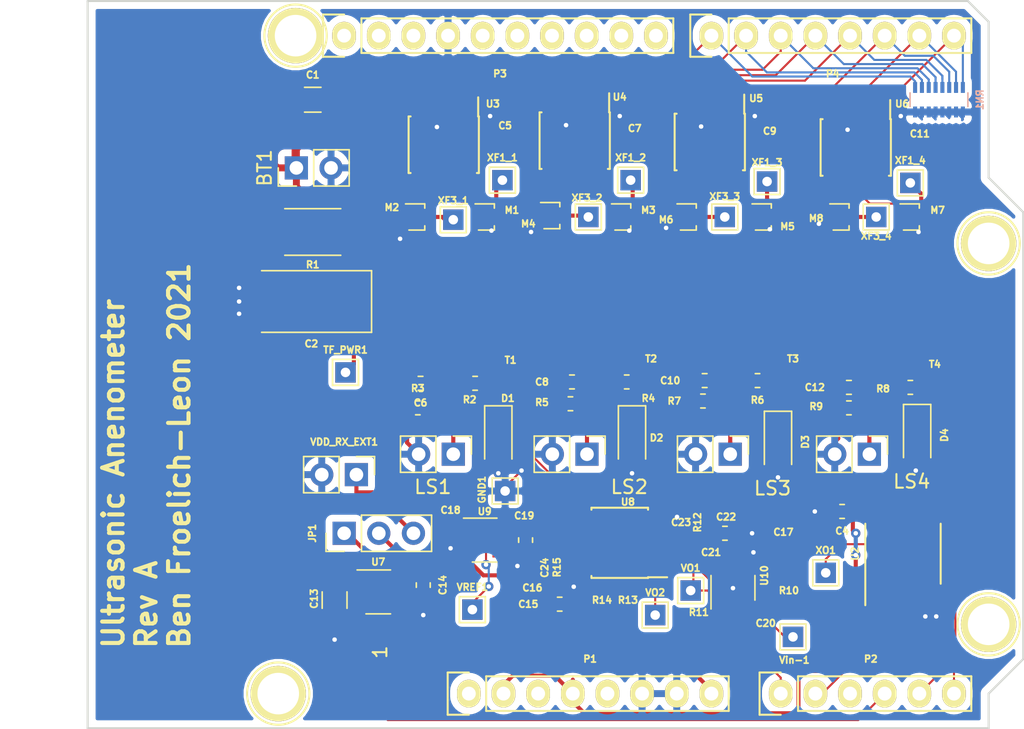
<source format=kicad_pcb>
(kicad_pcb (version 20171130) (host pcbnew "(5.1.7-0-10_14)")
  (title_block (date "lun. 30 mars 2015"))
  (layers (0 F.Cu signal hide) (31 B.Cu signal hide) (34 B.Paste user) (35 F.Paste user) (36 B.SilkS user) (37 F.SilkS user) (38 B.Mask user) (39 F.Mask user) (44 Edge.Cuts user))
  (net 0 "")
  (net 1 GND)
  (net 2 +3V3)
  (net 3 +9V)
  (net 4 TF_PWR)
  (net 5 "Net-(C6-Pad1)")
  (net 6 "Net-(C8-Pad1)")
  (net 7 "Net-(C10-Pad1)")
  (net 8 "Net-(C12-Pad1)")
  (net 9 /sheet618B55A6/VDD_RX)
  (net 10 /sheet618B55A6/RX_IN)
  (net 11 "Net-(C17-Pad1)")
  (net 12 "Net-(C19-Pad1)")
  (net 13 /sheet618B55A6/v1)
  (net 14 "Net-(C20-Pad1)")
  (net 15 "Net-(C23-Pad2)")
  (net 16 "Net-(C23-Pad1)")
  (net 17 "Net-(C24-Pad2)")
  (net 18 /PC0)
  (net 19 /sheet618B55A2/RX)
  (net 20 /sheet618B55A3/RX)
  (net 21 /sheet618B55A4/RX)
  (net 22 /sheet618B55A5/RX)
  (net 23 /sheet618B55A6/VDD_RX_EXT)
  (net 24 "Net-(JP1-Pad1)")
  (net 25 "Net-(M1-Pad3)")
  (net 26 "Net-(M1-Pad1)")
  (net 27 "Net-(M2-Pad3)")
  (net 28 "Net-(M2-Pad1)")
  (net 29 "Net-(M3-Pad3)")
  (net 30 "Net-(M3-Pad1)")
  (net 31 "Net-(M4-Pad3)")
  (net 32 "Net-(M4-Pad1)")
  (net 33 "Net-(M5-Pad3)")
  (net 34 "Net-(M5-Pad1)")
  (net 35 "Net-(M6-Pad3)")
  (net 36 "Net-(M6-Pad1)")
  (net 37 "Net-(M7-Pad3)")
  (net 38 "Net-(M7-Pad1)")
  (net 39 "Net-(M8-Pad3)")
  (net 40 "Net-(M8-Pad1)")
  (net 41 /PA0)
  (net 42 /PA1)
  (net 43 /PB0)
  (net 44 /PA8)
  (net 45 /PA10)
  (net 46 /PA2)
  (net 47 /PA3)
  (net 48 /PC1)
  (net 49 /PB10)
  (net 50 /PB4)
  (net 51 /PB5)
  (net 52 /PB3)
  (module TestPoint:TestPoint_THTPad_1.5x1.5mm_Drill0.7mm (layer F.Cu) (at 160.798 86.265 180)
    (fp_text reference XF1_3 (at 0 1.4) (layer F.SilkS) (effects (font (size 0.5 0.5) (thickness 0.125))))
    (fp_text value TEST_1P)
    (pad 1 thru_hole rect (at 0 0 180) (size 1.5 1.5) (drill 0.7) (layers *.Cu *.Mask) (net 33 "Net-(M5-Pad3)"))
  )
  (module Package_SO:SOIC-8_3.9x4.9mm_P1.27mm (layer F.Cu) (at 149.998 112.765 180)
    (fp_text reference U8 (at -0.6 3) (layer F.SilkS) (effects (font (size 0.5 0.5) (thickness 0.125))))
    (fp_text value OPA2322AID)
    (pad 8 smd rect (at 2.7 -1.905 180) (size 1.55 0.6) (layers F.Cu F.Paste F.Mask) (net 9 /sheet618B55A6/VDD_RX))
    (pad 7 smd rect (at 2.7 -0.635 180) (size 1.55 0.6) (layers F.Cu F.Paste F.Mask) (net 41 /PA0))
    (pad 6 smd rect (at 2.7 0.635 180) (size 1.55 0.6) (layers F.Cu F.Paste F.Mask) (net 17 "Net-(C24-Pad2)"))
    (pad 5 smd rect (at 2.7 1.905 180) (size 1.55 0.6) (layers F.Cu F.Paste F.Mask) (net 12 "Net-(C19-Pad1)"))
    (pad 4 smd rect (at -2.7 1.905 180) (size 1.55 0.6) (layers F.Cu F.Paste F.Mask) (net 1 GND))
    (pad 3 smd rect (at -2.7 0.635 180) (size 1.55 0.6) (layers F.Cu F.Paste F.Mask) (net 12 "Net-(C19-Pad1)"))
    (pad 2 smd rect (at -2.7 -0.635 180) (size 1.55 0.6) (layers F.Cu F.Paste F.Mask) (net 15 "Net-(C23-Pad2)"))
    (pad 1 smd rect (at -2.7 -1.905 180) (size 1.55 0.6) (layers F.Cu F.Paste F.Mask) (net 16 "Net-(C23-Pad1)"))
  )
  (module Resistor_SMD:R_0402_1005Metric (layer F.Cu) (at 149.098 116.065)
    (fp_text reference R14 (at -0.4 0.9) (layer F.SilkS) (effects (font (size 0.5 0.5) (thickness 0.125))))
    (fp_text value 4.3k)
    (pad 2 smd roundrect (at 0.485 0) (size 0.59 0.64) (layers F.Cu F.Paste F.Mask) (net 16 "Net-(C23-Pad1)"))
    (pad 1 smd roundrect (at -0.485 0) (size 0.59 0.64) (layers F.Cu F.Paste F.Mask) (net 17 "Net-(C24-Pad2)"))
  )
  (module Package_SO:TSSOP-16_4.4x5mm_P0.65mm (layer F.Cu) (at 170.798 113.565 90)
    (fp_text reference U2 (at 0 -3.55 90) (layer F.SilkS) (effects (font (size 0.5 0.5) (thickness 0.125))))
    (fp_text value SN74LV4052)
    (pad 16 smd rect (at 2.95 -2.275 90) (size 1.5 0.45) (layers F.Cu F.Paste F.Mask) (net 2 +3V3))
    (pad 15 smd rect (at 2.95 -1.625 90) (size 1.5 0.45) (layers F.Cu F.Paste F.Mask) (net 19 /sheet618B55A2/RX))
    (pad 14 smd rect (at 2.95 -0.975 90) (size 1.5 0.45) (layers F.Cu F.Paste F.Mask) (net 20 /sheet618B55A3/RX))
    (pad 13 smd rect (at 2.95 -0.325 90) (size 1.5 0.45) (layers F.Cu F.Paste F.Mask) (net 10 /sheet618B55A6/RX_IN))
    (pad 12 smd rect (at 2.95 0.325 90) (size 1.5 0.45) (layers F.Cu F.Paste F.Mask) (net 21 /sheet618B55A4/RX))
    (pad 11 smd rect (at 2.95 0.975 90) (size 1.5 0.45) (layers F.Cu F.Paste F.Mask) (net 22 /sheet618B55A5/RX))
    (pad 10 smd rect (at 2.95 1.625 90) (size 1.5 0.45) (layers F.Cu F.Paste F.Mask) (net 48 /PC1))
    (pad 9 smd rect (at 2.95 2.275 90) (size 1.5 0.45) (layers F.Cu F.Paste F.Mask) (net 18 /PC0))
    (pad 8 smd rect (at -2.95 2.275 90) (size 1.5 0.45) (layers F.Cu F.Paste F.Mask) (net 1 GND))
    (pad 7 smd rect (at -2.95 1.625 90) (size 1.5 0.45) (layers F.Cu F.Paste F.Mask) (net 1 GND))
    (pad 6 smd rect (at -2.95 0.975 90) (size 1.5 0.45) (layers F.Cu F.Paste F.Mask) (net 42 /PA1))
    (pad 5 smd rect (at -2.95 0.325 90) (size 1.5 0.45) (layers F.Cu F.Paste F.Mask))
    (pad 4 smd rect (at -2.95 -0.325 90) (size 1.5 0.45) (layers F.Cu F.Paste F.Mask))
    (pad 3 smd rect (at -2.95 -0.975 90) (size 1.5 0.45) (layers F.Cu F.Paste F.Mask))
    (pad 2 smd rect (at -2.95 -1.625 90) (size 1.5 0.45) (layers F.Cu F.Paste F.Mask))
    (pad 1 smd rect (at -2.95 -2.275 90) (size 1.5 0.45) (layers F.Cu F.Paste F.Mask))
  )
  (module TestPoint:TestPoint_THTPad_1.5x1.5mm_Drill0.7mm (layer F.Cu) (at 139.198 117.665)
    (fp_text reference VREF1 (at 0 -1.648) (layer F.SilkS) (effects (font (size 0.5 0.5) (thickness 0.125))))
    (fp_text value TEST_1P)
    (pad 1 thru_hole rect (at 0 0) (size 1.5 1.5) (drill 0.7) (layers *.Cu *.Mask) (net 12 "Net-(C19-Pad1)"))
  )
  (module Transformer_SMD:B78416 (layer F.Cu) (at 158.298 95.015 180)
    (fp_text reference T3 (at -4.4 -4.25) (layer F.SilkS) (effects (font (size 0.5 0.5) (thickness 0.125))))
    (fp_text value Transformer_SP_1S)
    (pad 5 smd rect (at -2.2 -3.35 180) (size 1.2 2.5) (layers F.Cu F.Paste F.Mask) (net 7 "Net-(C10-Pad1)"))
    (pad 4 smd rect (at 2.2 -3.35 180) (size 1.2 2.5) (layers F.Cu F.Paste F.Mask) (net 1 GND))
    (pad 3 smd rect (at 2.2 3.35 180) (size 1.2 2.5) (layers F.Cu F.Paste F.Mask) (net 35 "Net-(M6-Pad3)"))
    (pad 2 smd rect (at 0 3.35 180) (size 1.2 2.5) (layers F.Cu F.Paste F.Mask) (net 4 TF_PWR))
    (pad 1 smd rect (at -2.2 3.35 180) (size 1.2 2.5) (layers F.Cu F.Paste F.Mask) (net 33 "Net-(M5-Pad3)"))
  )
  (module TestPoint:TestPoint_THTPad_1.5x1.5mm_Drill0.7mm (layer F.Cu) (at 165.098 114.965)
    (fp_text reference XO1 (at 0 -1.648) (layer F.SilkS) (effects (font (size 0.5 0.5) (thickness 0.125))))
    (fp_text value TEST_1P)
    (pad 1 thru_hole rect (at 0 0) (size 1.5 1.5) (drill 0.7) (layers *.Cu *.Mask) (net 10 /sheet618B55A6/RX_IN))
  )
  (module TestPoint:TestPoint_THTPad_1.5x1.5mm_Drill0.7mm (layer F.Cu) (at 168.798 88.865)
    (fp_text reference XF3_4 (at 0 1.4) (layer F.SilkS) (effects (font (size 0.5 0.5) (thickness 0.125))))
    (fp_text value TEST_1P)
    (pad 1 thru_hole rect (at 0 0) (size 1.5 1.5) (drill 0.7) (layers *.Cu *.Mask) (net 39 "Net-(M8-Pad3)"))
  )
  (module TestPoint:TestPoint_THTPad_1.5x1.5mm_Drill0.7mm (layer F.Cu) (at 157.698 88.865 180)
    (fp_text reference XF3_3 (at 0 1.5) (layer F.SilkS) (effects (font (size 0.5 0.5) (thickness 0.125))))
    (fp_text value TEST_1P)
    (pad 1 thru_hole rect (at 0 0 180) (size 1.5 1.5) (drill 0.7) (layers *.Cu *.Mask) (net 35 "Net-(M6-Pad3)"))
  )
  (module TestPoint:TestPoint_THTPad_1.5x1.5mm_Drill0.7mm (layer F.Cu) (at 147.698 88.865)
    (fp_text reference XF3_2 (at -0.1 -1.4) (layer F.SilkS) (effects (font (size 0.5 0.5) (thickness 0.125))))
    (fp_text value TEST_1P)
    (pad 1 thru_hole rect (at 0 0) (size 1.5 1.5) (drill 0.7) (layers *.Cu *.Mask) (net 31 "Net-(M4-Pad3)"))
  )
  (module TestPoint:TestPoint_THTPad_1.5x1.5mm_Drill0.7mm (layer F.Cu) (at 137.798 89.065)
    (fp_text reference XF3_1 (at 0 -1.4) (layer F.SilkS) (effects (font (size 0.5 0.5) (thickness 0.125))))
    (fp_text value TEST_1P)
    (pad 1 thru_hole rect (at 0 0) (size 1.5 1.5) (drill 0.7) (layers *.Cu *.Mask) (net 27 "Net-(M2-Pad3)"))
  )
  (module TestPoint:TestPoint_THTPad_1.5x1.5mm_Drill0.7mm (layer F.Cu) (at 171.298 86.365)
    (fp_text reference XF1_4 (at 0 -1.648) (layer F.SilkS) (effects (font (size 0.5 0.5) (thickness 0.125))))
    (fp_text value TEST_1P)
    (pad 1 thru_hole rect (at 0 0) (size 1.5 1.5) (drill 0.7) (layers *.Cu *.Mask) (net 37 "Net-(M7-Pad3)"))
  )
  (module TestPoint:TestPoint_THTPad_1.5x1.5mm_Drill0.7mm (layer F.Cu) (at 150.798 86.165)
    (fp_text reference XF1_2 (at 0 -1.648) (layer F.SilkS) (effects (font (size 0.5 0.5) (thickness 0.125))))
    (fp_text value TEST_1P)
    (pad 1 thru_hole rect (at 0 0) (size 1.5 1.5) (drill 0.7) (layers *.Cu *.Mask) (net 29 "Net-(M3-Pad3)"))
  )
  (module TestPoint:TestPoint_THTPad_1.5x1.5mm_Drill0.7mm (layer F.Cu) (at 141.398 86.165)
    (fp_text reference XF1_1 (at 0 -1.648) (layer F.SilkS) (effects (font (size 0.5 0.5) (thickness 0.125))))
    (fp_text value TEST_1P)
    (pad 1 thru_hole rect (at 0 0) (size 1.5 1.5) (drill 0.7) (layers *.Cu *.Mask) (net 25 "Net-(M1-Pad3)"))
  )
  (module TestPoint:TestPoint_THTPad_1.5x1.5mm_Drill0.7mm (layer F.Cu) (at 152.598 118.065)
    (fp_text reference VO2 (at 0 -1.648) (layer F.SilkS) (effects (font (size 0.5 0.5) (thickness 0.125))))
    (fp_text value TEST_1P)
    (pad 1 thru_hole rect (at 0 0) (size 1.5 1.5) (drill 0.7) (layers *.Cu *.Mask) (net 16 "Net-(C23-Pad1)"))
  )
  (module TestPoint:TestPoint_THTPad_1.5x1.5mm_Drill0.7mm (layer F.Cu) (at 155.198 116.265)
    (fp_text reference VO1 (at 0 -1.648) (layer F.SilkS) (effects (font (size 0.5 0.5) (thickness 0.125))))
    (fp_text value TEST_1P)
    (pad 1 thru_hole rect (at 0 0) (size 1.5 1.5) (drill 0.7) (layers *.Cu *.Mask) (net 14 "Net-(C20-Pad1)"))
  )
  (module TestPoint:TestPoint_THTPad_1.5x1.5mm_Drill0.7mm (layer F.Cu) (at 162.698 119.665)
    (fp_text reference Vin-1 (at 0.1 1.7) (layer F.SilkS) (effects (font (size 0.5 0.5) (thickness 0.125))))
    (fp_text value TEST_1P)
    (pad 1 thru_hole rect (at 0 0) (size 1.5 1.5) (drill 0.7) (layers *.Cu *.Mask) (net 13 /sheet618B55A6/v1))
  )
  (module Connector_PinHeader_2.54mm:PinHeader_1x02_P2.54mm_Vertical (layer F.Cu) (at 130.698 107.765 270)
    (fp_text reference VDD_RX_EXT1 (at -2.4 0.9 180) (layer F.SilkS) (effects (font (size 0.5 0.5) (thickness 0.125))))
    (fp_text value TEST)
    (pad 2 thru_hole oval (at 0 2.54 270) (size 1.7 1.7) (drill 1) (layers *.Cu *.Mask) (net 1 GND))
    (pad 1 thru_hole rect (at 0 0 270) (size 1.7 1.7) (drill 1) (layers *.Cu *.Mask) (net 23 /sheet618B55A6/VDD_RX_EXT))
  )
  (module Package_TO_SOT_SMD:SOT-23-5 (layer F.Cu) (at 158.298 116.065 90)
    (fp_text reference U10 (at 0.9 2.3 90) (layer F.SilkS) (effects (font (size 0.5 0.5) (thickness 0.125))))
    (fp_text value LMP7731MFE)
    (pad 5 smd rect (at 1.1 -0.95 90) (size 1.06 0.65) (layers F.Cu F.Paste F.Mask) (net 9 /sheet618B55A6/VDD_RX))
    (pad 4 smd rect (at 1.1 0.95 90) (size 1.06 0.65) (layers F.Cu F.Paste F.Mask) (net 13 /sheet618B55A6/v1))
    (pad 3 smd rect (at -1.1 0.95 90) (size 1.06 0.65) (layers F.Cu F.Paste F.Mask) (net 12 "Net-(C19-Pad1)"))
    (pad 2 smd rect (at -1.1 0 90) (size 1.06 0.65) (layers F.Cu F.Paste F.Mask) (net 1 GND))
    (pad 1 smd rect (at -1.1 -0.95 90) (size 1.06 0.65) (layers F.Cu F.Paste F.Mask) (net 14 "Net-(C20-Pad1)"))
  )
  (module Package_TO_SOT_SMD:SOT-23-5 (layer F.Cu) (at 140.098 112.565)
    (fp_text reference U9 (at 0 -2.1) (layer F.SilkS) (effects (font (size 0.5 0.5) (thickness 0.125))))
    (fp_text value TLV70215_SOT23-5)
    (pad 5 smd rect (at 1.1 -0.95) (size 1.06 0.65) (layers F.Cu F.Paste F.Mask) (net 12 "Net-(C19-Pad1)"))
    (pad 4 smd rect (at 1.1 0.95) (size 1.06 0.65) (layers F.Cu F.Paste F.Mask))
    (pad 3 smd rect (at -1.1 0.95) (size 1.06 0.65) (layers F.Cu F.Paste F.Mask) (net 9 /sheet618B55A6/VDD_RX))
    (pad 2 smd rect (at -1.1 0) (size 1.06 0.65) (layers F.Cu F.Paste F.Mask) (net 1 GND))
    (pad 1 smd rect (at -1.1 -0.95) (size 1.06 0.65) (layers F.Cu F.Paste F.Mask) (net 9 /sheet618B55A6/VDD_RX))
  )
  (module Package_TO_SOT_SMD:SOT-23-5 (layer F.Cu) (at 132.298 116.365)
    (fp_text reference U7 (at 0 -2.2) (layer F.SilkS) (effects (font (size 0.5 0.5) (thickness 0.125))))
    (fp_text value TPS76933)
    (pad 5 smd rect (at 1.1 -0.95) (size 1.06 0.65) (layers F.Cu F.Paste F.Mask) (net 24 "Net-(JP1-Pad1)"))
    (pad 4 smd rect (at 1.1 0.95) (size 1.06 0.65) (layers F.Cu F.Paste F.Mask))
    (pad 3 smd rect (at -1.1 0.95) (size 1.06 0.65) (layers F.Cu F.Paste F.Mask) (net 43 /PB0))
    (pad 2 smd rect (at -1.1 0) (size 1.06 0.65) (layers F.Cu F.Paste F.Mask) (net 1 GND))
    (pad 1 smd rect (at -1.1 -0.95) (size 1.06 0.65) (layers F.Cu F.Paste F.Mask) (net 3 +9V))
  )
  (module Package_SO:SOIC-8_3.9x4.9mm_P1.27mm (layer F.Cu) (at 167.298 83.765 270)
    (fp_text reference U6 (at -3.2 -3.4 180) (layer F.SilkS) (effects (font (size 0.5 0.5) (thickness 0.125))))
    (fp_text value TC4427AVOA)
    (pad 8 smd rect (at 2.7 -1.905 270) (size 1.55 0.6) (layers F.Cu F.Paste F.Mask))
    (pad 7 smd rect (at 2.7 -0.635 270) (size 1.55 0.6) (layers F.Cu F.Paste F.Mask) (net 38 "Net-(M7-Pad1)"))
    (pad 6 smd rect (at 2.7 0.635 270) (size 1.55 0.6) (layers F.Cu F.Paste F.Mask) (net 3 +9V))
    (pad 5 smd rect (at 2.7 1.905 270) (size 1.55 0.6) (layers F.Cu F.Paste F.Mask) (net 40 "Net-(M8-Pad1)"))
    (pad 4 smd rect (at -2.7 1.905 270) (size 1.55 0.6) (layers F.Cu F.Paste F.Mask) (net 46 /PA2))
    (pad 3 smd rect (at -2.7 0.635 270) (size 1.55 0.6) (layers F.Cu F.Paste F.Mask) (net 1 GND))
    (pad 2 smd rect (at -2.7 -0.635 270) (size 1.55 0.6) (layers F.Cu F.Paste F.Mask) (net 47 /PA3))
    (pad 1 smd rect (at -2.7 -1.905 270) (size 1.55 0.6) (layers F.Cu F.Paste F.Mask))
  )
  (module Package_SO:SOIC-8_3.9x4.9mm_P1.27mm (layer F.Cu) (at 156.598 83.365 270)
    (fp_text reference U5 (at -3.2 -3.4 180) (layer F.SilkS) (effects (font (size 0.5 0.5) (thickness 0.125))))
    (fp_text value TC4427AVOA)
    (pad 8 smd rect (at 2.7 -1.905 270) (size 1.55 0.6) (layers F.Cu F.Paste F.Mask))
    (pad 7 smd rect (at 2.7 -0.635 270) (size 1.55 0.6) (layers F.Cu F.Paste F.Mask) (net 34 "Net-(M5-Pad1)"))
    (pad 6 smd rect (at 2.7 0.635 270) (size 1.55 0.6) (layers F.Cu F.Paste F.Mask) (net 3 +9V))
    (pad 5 smd rect (at 2.7 1.905 270) (size 1.55 0.6) (layers F.Cu F.Paste F.Mask) (net 36 "Net-(M6-Pad1)"))
    (pad 4 smd rect (at -2.7 1.905 270) (size 1.55 0.6) (layers F.Cu F.Paste F.Mask) (net 52 /PB3))
    (pad 3 smd rect (at -2.7 0.635 270) (size 1.55 0.6) (layers F.Cu F.Paste F.Mask) (net 1 GND))
    (pad 2 smd rect (at -2.7 -0.635 270) (size 1.55 0.6) (layers F.Cu F.Paste F.Mask) (net 45 /PA10))
    (pad 1 smd rect (at -2.7 -1.905 270) (size 1.55 0.6) (layers F.Cu F.Paste F.Mask))
  )
  (module Package_SO:SOIC-8_3.9x4.9mm_P1.27mm (layer F.Cu) (at 146.698 83.265 270)
    (fp_text reference U4 (at -3.2 -3.3 180) (layer F.SilkS) (effects (font (size 0.5 0.5) (thickness 0.125))))
    (fp_text value TC4427AVOA)
    (pad 8 smd rect (at 2.7 -1.905 270) (size 1.55 0.6) (layers F.Cu F.Paste F.Mask))
    (pad 7 smd rect (at 2.7 -0.635 270) (size 1.55 0.6) (layers F.Cu F.Paste F.Mask) (net 30 "Net-(M3-Pad1)"))
    (pad 6 smd rect (at 2.7 0.635 270) (size 1.55 0.6) (layers F.Cu F.Paste F.Mask) (net 3 +9V))
    (pad 5 smd rect (at 2.7 1.905 270) (size 1.55 0.6) (layers F.Cu F.Paste F.Mask) (net 32 "Net-(M4-Pad1)"))
    (pad 4 smd rect (at -2.7 1.905 270) (size 1.55 0.6) (layers F.Cu F.Paste F.Mask) (net 50 /PB4))
    (pad 3 smd rect (at -2.7 0.635 270) (size 1.55 0.6) (layers F.Cu F.Paste F.Mask) (net 1 GND))
    (pad 2 smd rect (at -2.7 -0.635 270) (size 1.55 0.6) (layers F.Cu F.Paste F.Mask) (net 51 /PB5))
    (pad 1 smd rect (at -2.7 -1.905 270) (size 1.55 0.6) (layers F.Cu F.Paste F.Mask))
  )
  (module Package_SO:SOIC-8_3.9x4.9mm_P1.27mm (layer F.Cu) (at 137.098 83.565 270)
    (fp_text reference U3 (at -3 -3.6 180) (layer F.SilkS) (effects (font (size 0.5 0.5) (thickness 0.125))))
    (fp_text value TC4427AVOA)
    (pad 8 smd rect (at 2.7 -1.905 270) (size 1.55 0.6) (layers F.Cu F.Paste F.Mask))
    (pad 7 smd rect (at 2.7 -0.635 270) (size 1.55 0.6) (layers F.Cu F.Paste F.Mask) (net 26 "Net-(M1-Pad1)"))
    (pad 6 smd rect (at 2.7 0.635 270) (size 1.55 0.6) (layers F.Cu F.Paste F.Mask) (net 3 +9V))
    (pad 5 smd rect (at 2.7 1.905 270) (size 1.55 0.6) (layers F.Cu F.Paste F.Mask) (net 28 "Net-(M2-Pad1)"))
    (pad 4 smd rect (at -2.7 1.905 270) (size 1.55 0.6) (layers F.Cu F.Paste F.Mask) (net 44 /PA8))
    (pad 3 smd rect (at -2.7 0.635 270) (size 1.55 0.6) (layers F.Cu F.Paste F.Mask) (net 1 GND))
    (pad 2 smd rect (at -2.7 -0.635 270) (size 1.55 0.6) (layers F.Cu F.Paste F.Mask) (net 49 /PB10))
    (pad 1 smd rect (at -2.7 -1.905 270) (size 1.55 0.6) (layers F.Cu F.Paste F.Mask))
  )
  (module TestPoint:TestPoint_THTPad_1.5x1.5mm_Drill0.7mm (layer F.Cu) (at 129.898 100.265)
    (fp_text reference TF_PWR1 (at 0 -1.648) (layer F.SilkS) (effects (font (size 0.5 0.5) (thickness 0.125))))
    (fp_text value TEST_1P)
    (pad 1 thru_hole rect (at 0 0) (size 1.5 1.5) (drill 0.7) (layers *.Cu *.Mask) (net 4 TF_PWR))
  )
  (module Transformer_SMD:B78416 (layer F.Cu) (at 168.798 95.365 180)
    (fp_text reference T4 (at -4.3 -4.3) (layer F.SilkS) (effects (font (size 0.5 0.5) (thickness 0.125))))
    (fp_text value Transformer_SP_1S)
    (pad 5 smd rect (at -2.2 -3.35 180) (size 1.2 2.5) (layers F.Cu F.Paste F.Mask) (net 8 "Net-(C12-Pad1)"))
    (pad 4 smd rect (at 2.2 -3.35 180) (size 1.2 2.5) (layers F.Cu F.Paste F.Mask) (net 1 GND))
    (pad 3 smd rect (at 2.2 3.35 180) (size 1.2 2.5) (layers F.Cu F.Paste F.Mask) (net 39 "Net-(M8-Pad3)"))
    (pad 2 smd rect (at 0 3.35 180) (size 1.2 2.5) (layers F.Cu F.Paste F.Mask) (net 4 TF_PWR))
    (pad 1 smd rect (at -2.2 3.35 180) (size 1.2 2.5) (layers F.Cu F.Paste F.Mask) (net 37 "Net-(M7-Pad3)"))
  )
  (module Transformer_SMD:B78416 (layer F.Cu) (at 147.898 95.065 180)
    (fp_text reference T2 (at -4.4 -4.2) (layer F.SilkS) (effects (font (size 0.5 0.5) (thickness 0.125))))
    (fp_text value Transformer_SP_1S)
    (pad 5 smd rect (at -2.2 -3.35 180) (size 1.2 2.5) (layers F.Cu F.Paste F.Mask) (net 6 "Net-(C8-Pad1)"))
    (pad 4 smd rect (at 2.2 -3.35 180) (size 1.2 2.5) (layers F.Cu F.Paste F.Mask) (net 1 GND))
    (pad 3 smd rect (at 2.2 3.35 180) (size 1.2 2.5) (layers F.Cu F.Paste F.Mask) (net 31 "Net-(M4-Pad3)"))
    (pad 2 smd rect (at 0 3.35 180) (size 1.2 2.5) (layers F.Cu F.Paste F.Mask) (net 4 TF_PWR))
    (pad 1 smd rect (at -2.2 3.35 180) (size 1.2 2.5) (layers F.Cu F.Paste F.Mask) (net 29 "Net-(M3-Pad3)"))
  )
  (module Transformer_SMD:B78416 (layer F.Cu) (at 137.598 95.165 180)
    (fp_text reference T1 (at -4.4 -4.2) (layer F.SilkS) (effects (font (size 0.5 0.5) (thickness 0.125))))
    (fp_text value Transformer_SP_1S)
    (pad 5 smd rect (at -2.2 -3.35 180) (size 1.2 2.5) (layers F.Cu F.Paste F.Mask) (net 5 "Net-(C6-Pad1)"))
    (pad 4 smd rect (at 2.2 -3.35 180) (size 1.2 2.5) (layers F.Cu F.Paste F.Mask) (net 1 GND))
    (pad 3 smd rect (at 2.2 3.35 180) (size 1.2 2.5) (layers F.Cu F.Paste F.Mask) (net 27 "Net-(M2-Pad3)"))
    (pad 2 smd rect (at 0 3.35 180) (size 1.2 2.5) (layers F.Cu F.Paste F.Mask) (net 4 TF_PWR))
    (pad 1 smd rect (at -2.2 3.35 180) (size 1.2 2.5) (layers F.Cu F.Paste F.Mask) (net 25 "Net-(M1-Pad3)"))
  )
  (module Resistor_SMD:R_Array_Convex_8x0602 (layer B.Cu) (at 173.398 80.265 90)
    (fp_text reference RN1 (at 0 3 90) (layer B.SilkS) (effects (font (size 0.5 0.5) (thickness 0.125)) (justify mirror)))
    (fp_text value 100k)
    (pad 10 smd rect (at 0.9 -1.25 90) (size 0.8 0.3) (layers B.Cu B.Paste B.Mask) (net 49 /PB10))
    (pad 12 smd rect (at 0.9 -0.25 90) (size 0.8 0.3) (layers B.Cu B.Paste B.Mask) (net 51 /PB5))
    (pad 11 smd rect (at 0.9 -0.75 90) (size 0.8 0.3) (layers B.Cu B.Paste B.Mask) (net 50 /PB4))
    (pad 13 smd rect (at 0.9 0.25 90) (size 0.8 0.3) (layers B.Cu B.Paste B.Mask) (net 52 /PB3))
    (pad 14 smd rect (at 0.9 0.75 90) (size 0.8 0.3) (layers B.Cu B.Paste B.Mask) (net 45 /PA10))
    (pad 15 smd rect (at 0.9 1.25 90) (size 0.8 0.3) (layers B.Cu B.Paste B.Mask) (net 46 /PA2))
    (pad 7 smd rect (at -0.9 -1.25 90) (size 0.8 0.3) (layers B.Cu B.Paste B.Mask) (net 1 GND))
    (pad 6 smd rect (at -0.9 -0.75 90) (size 0.8 0.3) (layers B.Cu B.Paste B.Mask) (net 1 GND))
    (pad 5 smd rect (at -0.9 -0.25 90) (size 0.8 0.3) (layers B.Cu B.Paste B.Mask) (net 1 GND))
    (pad 4 smd rect (at -0.9 0.25 90) (size 0.8 0.3) (layers B.Cu B.Paste B.Mask) (net 1 GND))
    (pad 3 smd rect (at -0.9 0.75 90) (size 0.8 0.3) (layers B.Cu B.Paste B.Mask) (net 1 GND))
    (pad 2 smd rect (at -0.9 1.25 90) (size 0.8 0.3) (layers B.Cu B.Paste B.Mask) (net 1 GND))
    (pad 9 smd rect (at 0.9 -1.75 90) (size 0.8 0.3) (layers B.Cu B.Paste B.Mask) (net 44 /PA8))
    (pad 8 smd rect (at -0.9 -1.75 90) (size 0.8 0.3) (layers B.Cu B.Paste B.Mask) (net 1 GND))
    (pad 16 smd rect (at 0.9 1.75 90) (size 0.8 0.3) (layers B.Cu B.Paste B.Mask) (net 47 /PA3))
    (pad 1 smd rect (at -0.9 1.75 90) (size 0.8 0.3) (layers B.Cu B.Paste B.Mask) (net 1 GND))
  )
  (module Resistor_SMD:R_0402_1005Metric (layer F.Cu) (at 145.698 112.865 90)
    (fp_text reference R15 (at -1.7 -0.3 90) (layer F.SilkS) (effects (font (size 0.5 0.5) (thickness 0.125))))
    (fp_text value 43k)
    (pad 2 smd roundrect (at 0.485 0 90) (size 0.59 0.64) (layers F.Cu F.Paste F.Mask) (net 17 "Net-(C24-Pad2)"))
    (pad 1 smd roundrect (at -0.485 0 90) (size 0.59 0.64) (layers F.Cu F.Paste F.Mask) (net 41 /PA0))
  )
  (module Resistor_SMD:R_0402_1005Metric (layer F.Cu) (at 151.113 116.065)
    (fp_text reference R13 (at -0.515 0.9) (layer F.SilkS) (effects (font (size 0.5 0.5) (thickness 0.125))))
    (fp_text value 43k)
    (pad 2 smd roundrect (at 0.485 0) (size 0.59 0.64) (layers F.Cu F.Paste F.Mask) (net 15 "Net-(C23-Pad2)"))
    (pad 1 smd roundrect (at -0.485 0) (size 0.59 0.64) (layers F.Cu F.Paste F.Mask) (net 16 "Net-(C23-Pad1)"))
  )
  (module Resistor_SMD:R_0402_1005Metric (layer F.Cu) (at 155.398 112.965 270)
    (fp_text reference R12 (at -1.7 -0.3 90) (layer F.SilkS) (effects (font (size 0.5 0.5) (thickness 0.125))))
    (fp_text value 4.3k)
    (pad 2 smd roundrect (at 0.485 0 270) (size 0.59 0.64) (layers F.Cu F.Paste F.Mask) (net 14 "Net-(C20-Pad1)"))
    (pad 1 smd roundrect (at -0.485 0 270) (size 0.59 0.64) (layers F.Cu F.Paste F.Mask) (net 15 "Net-(C23-Pad2)"))
  )
  (module Resistor_SMD:R_0402_1005Metric (layer F.Cu) (at 156.198 118.765)
    (fp_text reference R11 (at -0.4 -0.9) (layer F.SilkS) (effects (font (size 0.5 0.5) (thickness 0.125))))
    (fp_text value 10k)
    (pad 2 smd roundrect (at 0.485 0) (size 0.59 0.64) (layers F.Cu F.Paste F.Mask) (net 13 /sheet618B55A6/v1))
    (pad 1 smd roundrect (at -0.485 0) (size 0.59 0.64) (layers F.Cu F.Paste F.Mask) (net 14 "Net-(C20-Pad1)"))
  )
  (module Resistor_SMD:R_0402_1005Metric (layer F.Cu) (at 162.598 115.065)
    (fp_text reference R10 (at -0.2 1.2) (layer F.SilkS) (effects (font (size 0.5 0.5) (thickness 0.125))))
    (fp_text value 2.2k)
    (pad 2 smd roundrect (at 0.485 0) (size 0.59 0.64) (layers F.Cu F.Paste F.Mask) (net 11 "Net-(C17-Pad1)"))
    (pad 1 smd roundrect (at -0.485 0) (size 0.59 0.64) (layers F.Cu F.Paste F.Mask) (net 13 /sheet618B55A6/v1))
  )
  (module Resistor_SMD:R_0603_1608Metric (layer F.Cu) (at 166.798 102.865)
    (fp_text reference R9 (at -2.4 -0.1) (layer F.SilkS) (effects (font (size 0.5 0.5) (thickness 0.125))))
    (fp_text value 1.8k)
    (pad 2 smd roundrect (at 0.7875 0) (size 0.875 0.95) (layers F.Cu F.Paste F.Mask) (net 8 "Net-(C12-Pad1)"))
    (pad 1 smd roundrect (at -0.7875 0) (size 0.875 0.95) (layers F.Cu F.Paste F.Mask) (net 1 GND))
  )
  (module Resistor_SMD:R_0603_1608Metric (layer F.Cu) (at 171.298 101.365 180)
    (fp_text reference R8 (at 2 -0.1) (layer F.SilkS) (effects (font (size 0.5 0.5) (thickness 0.125))))
    (fp_text value 10k)
    (pad 2 smd roundrect (at 0.7875 0 180) (size 0.875 0.95) (layers F.Cu F.Paste F.Mask) (net 8 "Net-(C12-Pad1)"))
    (pad 1 smd roundrect (at -0.7875 0 180) (size 0.875 0.95) (layers F.Cu F.Paste F.Mask) (net 22 /sheet618B55A5/RX))
  )
  (module Resistor_SMD:R_0603_1608Metric (layer F.Cu) (at 156.098 102.365)
    (fp_text reference R7 (at -2.1 0) (layer F.SilkS) (effects (font (size 0.5 0.5) (thickness 0.125))))
    (fp_text value 1.8k)
    (pad 2 smd roundrect (at 0.7875 0) (size 0.875 0.95) (layers F.Cu F.Paste F.Mask) (net 7 "Net-(C10-Pad1)"))
    (pad 1 smd roundrect (at -0.7875 0) (size 0.875 0.95) (layers F.Cu F.Paste F.Mask) (net 1 GND))
  )
  (module Resistor_SMD:R_0603_1608Metric (layer F.Cu) (at 160.098 100.865 180)
    (fp_text reference R6 (at 0 -1.43) (layer F.SilkS) (effects (font (size 0.5 0.5) (thickness 0.125))))
    (fp_text value 10k)
    (pad 2 smd roundrect (at 0.7875 0 180) (size 0.875 0.95) (layers F.Cu F.Paste F.Mask) (net 7 "Net-(C10-Pad1)"))
    (pad 1 smd roundrect (at -0.7875 0 180) (size 0.875 0.95) (layers F.Cu F.Paste F.Mask) (net 21 /sheet618B55A4/RX))
  )
  (module Resistor_SMD:R_0603_1608Metric (layer F.Cu) (at 146.3855 102.565)
    (fp_text reference R5 (at -2.0875 -0.1) (layer F.SilkS) (effects (font (size 0.5 0.5) (thickness 0.125))))
    (fp_text value 1.8k)
    (pad 2 smd roundrect (at 0.7875 0) (size 0.875 0.95) (layers F.Cu F.Paste F.Mask) (net 6 "Net-(C8-Pad1)"))
    (pad 1 smd roundrect (at -0.7875 0) (size 0.875 0.95) (layers F.Cu F.Paste F.Mask) (net 1 GND))
  )
  (module Resistor_SMD:R_0603_1608Metric (layer F.Cu) (at 150.5105 100.965)
    (fp_text reference R4 (at 1.5875 1.2) (layer F.SilkS) (effects (font (size 0.5 0.5) (thickness 0.125))))
    (fp_text value 10k)
    (pad 2 smd roundrect (at 0.7875 0) (size 0.875 0.95) (layers F.Cu F.Paste F.Mask) (net 6 "Net-(C8-Pad1)"))
    (pad 1 smd roundrect (at -0.7875 0) (size 0.875 0.95) (layers F.Cu F.Paste F.Mask) (net 20 /sheet618B55A3/RX))
  )
  (module Resistor_SMD:R_0603_1608Metric (layer F.Cu) (at 135.198 102.865)
    (fp_text reference R3 (at 0 -1.43) (layer F.SilkS) (effects (font (size 0.5 0.5) (thickness 0.125))))
    (fp_text value 1.8k)
    (pad 2 smd roundrect (at 0.7875 0) (size 0.875 0.95) (layers F.Cu F.Paste F.Mask) (net 5 "Net-(C6-Pad1)"))
    (pad 1 smd roundrect (at -0.7875 0) (size 0.875 0.95) (layers F.Cu F.Paste F.Mask) (net 1 GND))
  )
  (module Resistor_SMD:R_0603_1608Metric (layer F.Cu) (at 139.398 101.065 180)
    (fp_text reference R2 (at 0.4 -1.2) (layer F.SilkS) (effects (font (size 0.5 0.5) (thickness 0.125))))
    (fp_text value 10k)
    (pad 2 smd roundrect (at 0.7875 0 180) (size 0.875 0.95) (layers F.Cu F.Paste F.Mask) (net 5 "Net-(C6-Pad1)"))
    (pad 1 smd roundrect (at -0.7875 0 180) (size 0.875 0.95) (layers F.Cu F.Paste F.Mask) (net 19 /sheet618B55A2/RX))
  )
  (module Resistor_SMD:R_2512_6332Metric (layer F.Cu) (at 127.498 89.965 180)
    (fp_text reference R1 (at 0 -2.4) (layer F.SilkS) (effects (font (size 0.5 0.5) (thickness 0.125))))
    (fp_text value 100)
    (pad 2 smd roundrect (at 2.9 0 180) (size 1.35 3.35) (layers F.Cu F.Paste F.Mask) (roundrect_rratio 0.185185) (net 3 +9V))
    (pad 1 smd roundrect (at -2.9 0 180) (size 1.35 3.35) (layers F.Cu F.Paste F.Mask) (roundrect_rratio 0.185185) (net 4 TF_PWR))
  )
  (module Package_TO_SOT_SMD:SOT-416 (layer F.Cu) (at 166.298 88.865)
    (fp_text reference M8 (at -1.9 0.1) (layer F.SilkS) (effects (font (size 0.5 0.5) (thickness 0.125))))
    (fp_text value PJE138K)
    (pad 3 smd rect (at 0.65 0) (size 0.6 0.5) (layers F.Cu F.Paste F.Mask) (net 39 "Net-(M8-Pad3)"))
    (pad 2 smd rect (at -0.65 0.5) (size 0.6 0.5) (layers F.Cu F.Paste F.Mask) (net 1 GND))
    (pad 1 smd rect (at -0.65 -0.5) (size 0.6 0.5) (layers F.Cu F.Paste F.Mask) (net 40 "Net-(M8-Pad1)"))
  )
  (module Package_TO_SOT_SMD:SOT-416 (layer F.Cu) (at 171.448 88.865)
    (fp_text reference M7 (at 1.85 -0.5) (layer F.SilkS) (effects (font (size 0.5 0.5) (thickness 0.125))))
    (fp_text value PJE138K)
    (pad 3 smd rect (at 0.65 0) (size 0.6 0.5) (layers F.Cu F.Paste F.Mask) (net 37 "Net-(M7-Pad3)"))
    (pad 2 smd rect (at -0.65 0.5) (size 0.6 0.5) (layers F.Cu F.Paste F.Mask) (net 1 GND))
    (pad 1 smd rect (at -0.65 -0.5) (size 0.6 0.5) (layers F.Cu F.Paste F.Mask) (net 38 "Net-(M7-Pad1)"))
  )
  (module Package_TO_SOT_SMD:SOT-416 (layer F.Cu) (at 155.098 88.865)
    (fp_text reference M6 (at -1.7 0.2) (layer F.SilkS) (effects (font (size 0.5 0.5) (thickness 0.125))))
    (fp_text value PJE138K)
    (pad 3 smd rect (at 0.65 0) (size 0.6 0.5) (layers F.Cu F.Paste F.Mask) (net 35 "Net-(M6-Pad3)"))
    (pad 2 smd rect (at -0.65 0.5) (size 0.6 0.5) (layers F.Cu F.Paste F.Mask) (net 1 GND))
    (pad 1 smd rect (at -0.65 -0.5) (size 0.6 0.5) (layers F.Cu F.Paste F.Mask) (net 36 "Net-(M6-Pad1)"))
  )
  (module Package_TO_SOT_SMD:SOT-416 (layer F.Cu) (at 160.598 88.865)
    (fp_text reference M5 (at 1.7 0.7) (layer F.SilkS) (effects (font (size 0.5 0.5) (thickness 0.125))))
    (fp_text value PJE138K)
    (pad 3 smd rect (at 0.65 0) (size 0.6 0.5) (layers F.Cu F.Paste F.Mask) (net 33 "Net-(M5-Pad3)"))
    (pad 2 smd rect (at -0.65 0.5) (size 0.6 0.5) (layers F.Cu F.Paste F.Mask) (net 1 GND))
    (pad 1 smd rect (at -0.65 -0.5) (size 0.6 0.5) (layers F.Cu F.Paste F.Mask) (net 34 "Net-(M5-Pad1)"))
  )
  (module Package_TO_SOT_SMD:SOT-416 (layer F.Cu) (at 145.098 88.765)
    (fp_text reference M4 (at -1.8 0.6) (layer F.SilkS) (effects (font (size 0.5 0.5) (thickness 0.125))))
    (fp_text value PJE138K)
    (pad 3 smd rect (at 0.65 0) (size 0.6 0.5) (layers F.Cu F.Paste F.Mask) (net 31 "Net-(M4-Pad3)"))
    (pad 2 smd rect (at -0.65 0.5) (size 0.6 0.5) (layers F.Cu F.Paste F.Mask) (net 1 GND))
    (pad 1 smd rect (at -0.65 -0.5) (size 0.6 0.5) (layers F.Cu F.Paste F.Mask) (net 32 "Net-(M4-Pad1)"))
  )
  (module Package_TO_SOT_SMD:SOT-416 (layer F.Cu) (at 150.298 88.865)
    (fp_text reference M3 (at 1.8 -0.5) (layer F.SilkS) (effects (font (size 0.5 0.5) (thickness 0.125))))
    (fp_text value PJE138K)
    (pad 3 smd rect (at 0.65 0) (size 0.6 0.5) (layers F.Cu F.Paste F.Mask) (net 29 "Net-(M3-Pad3)"))
    (pad 2 smd rect (at -0.65 0.5) (size 0.6 0.5) (layers F.Cu F.Paste F.Mask) (net 1 GND))
    (pad 1 smd rect (at -0.65 -0.5) (size 0.6 0.5) (layers F.Cu F.Paste F.Mask) (net 30 "Net-(M3-Pad1)"))
  )
  (module Package_TO_SOT_SMD:SOT-416 (layer F.Cu) (at 135.198 88.865)
    (fp_text reference M2 (at -1.9 -0.7) (layer F.SilkS) (effects (font (size 0.5 0.5) (thickness 0.125))))
    (fp_text value PJE138K)
    (pad 3 smd rect (at 0.65 0) (size 0.6 0.5) (layers F.Cu F.Paste F.Mask) (net 27 "Net-(M2-Pad3)"))
    (pad 2 smd rect (at -0.65 0.5) (size 0.6 0.5) (layers F.Cu F.Paste F.Mask) (net 1 GND))
    (pad 1 smd rect (at -0.65 -0.5) (size 0.6 0.5) (layers F.Cu F.Paste F.Mask) (net 28 "Net-(M2-Pad1)"))
  )
  (module Package_TO_SOT_SMD:SOT-416 (layer F.Cu) (at 140.298 88.865)
    (fp_text reference M1 (at 1.8 -0.5) (layer F.SilkS) (effects (font (size 0.5 0.5) (thickness 0.125))))
    (fp_text value PJE138K)
    (pad 3 smd rect (at 0.65 0) (size 0.6 0.5) (layers F.Cu F.Paste F.Mask) (net 25 "Net-(M1-Pad3)"))
    (pad 2 smd rect (at -0.65 0.5) (size 0.6 0.5) (layers F.Cu F.Paste F.Mask) (net 1 GND))
    (pad 1 smd rect (at -0.65 -0.5) (size 0.6 0.5) (layers F.Cu F.Paste F.Mask) (net 26 "Net-(M1-Pad1)"))
  )
  (module Connector_PinHeader_2.54mm:PinHeader_1x03_P2.54mm_Vertical (layer F.Cu) (at 129.798 112.065 90)
    (fp_text reference JP1 (at 0 -2.33 90) (layer F.SilkS) (effects (font (size 0.5 0.5) (thickness 0.125))))
    (fp_text value Jumper_3_Bridged12)
    (pad 3 thru_hole oval (at 0 5.08 90) (size 1.7 1.7) (drill 1) (layers *.Cu *.Mask) (net 23 /sheet618B55A6/VDD_RX_EXT))
    (pad 2 thru_hole oval (at 0 2.54 90) (size 1.7 1.7) (drill 1) (layers *.Cu *.Mask) (net 9 /sheet618B55A6/VDD_RX))
    (pad 1 thru_hole rect (at 0 0 90) (size 1.7 1.7) (drill 1) (layers *.Cu *.Mask) (net 24 "Net-(JP1-Pad1)"))
  )
  (module Diode_SMD:D_SOD-123 (layer F.Cu) (at 171.798 104.865 270)
    (fp_text reference D4 (at 0 -2 90) (layer F.SilkS) (effects (font (size 0.5 0.5) (thickness 0.125))))
    (fp_text value DDZ9678-7)
    (pad 2 smd rect (at 1.65 0 270) (size 0.9 1.2) (layers F.Cu F.Paste F.Mask) (net 1 GND))
    (pad 1 smd rect (at -1.65 0 270) (size 0.9 1.2) (layers F.Cu F.Paste F.Mask) (net 22 /sheet618B55A5/RX))
  )
  (module Diode_SMD:D_SOD-123 (layer F.Cu) (at 161.598 105.365 270)
    (fp_text reference D3 (at 0 -2 90) (layer F.SilkS) (effects (font (size 0.5 0.5) (thickness 0.125))))
    (fp_text value DDZ9678-7)
    (pad 2 smd rect (at 1.65 0 270) (size 0.9 1.2) (layers F.Cu F.Paste F.Mask) (net 1 GND))
    (pad 1 smd rect (at -1.65 0 270) (size 0.9 1.2) (layers F.Cu F.Paste F.Mask) (net 21 /sheet618B55A4/RX))
  )
  (module Diode_SMD:D_SOD-123 (layer F.Cu) (at 150.898 104.965 270)
    (fp_text reference D2 (at 0.1 -1.8 180) (layer F.SilkS) (effects (font (size 0.5 0.5) (thickness 0.125))))
    (fp_text value DDZ9678-7)
    (pad 2 smd rect (at 1.65 0 270) (size 0.9 1.2) (layers F.Cu F.Paste F.Mask) (net 1 GND))
    (pad 1 smd rect (at -1.65 0 270) (size 0.9 1.2) (layers F.Cu F.Paste F.Mask) (net 20 /sheet618B55A3/RX))
  )
  (module Diode_SMD:D_SOD-123 (layer F.Cu) (at 141.098 104.965 270)
    (fp_text reference D1 (at -2.8 -0.7 180) (layer F.SilkS) (effects (font (size 0.5 0.5) (thickness 0.125))))
    (fp_text value DDZ9678-7)
    (pad 2 smd rect (at 1.65 0 270) (size 0.9 1.2) (layers F.Cu F.Paste F.Mask) (net 1 GND))
    (pad 1 smd rect (at -1.65 0 270) (size 0.9 1.2) (layers F.Cu F.Paste F.Mask) (net 19 /sheet618B55A2/RX))
  )
  (module Capacitor_SMD:C_0402_1005Metric (layer F.Cu) (at 144.598 112.88 90)
    (fp_text reference C24 (at -1.715 -0.1 90) (layer F.SilkS) (effects (font (size 0.5 0.5) (thickness 0.125))))
    (fp_text value 1pF)
    (pad 2 smd roundrect (at 0.485 0 90) (size 0.59 0.64) (layers F.Cu F.Paste F.Mask) (net 17 "Net-(C24-Pad2)"))
    (pad 1 smd roundrect (at -0.485 0 90) (size 0.59 0.64) (layers F.Cu F.Paste F.Mask) (net 41 /PA0))
  )
  (module Capacitor_SMD:C_0402_1005Metric (layer F.Cu) (at 154.298 112.965 90)
    (fp_text reference C23 (at 1.7 0.2 180) (layer F.SilkS) (effects (font (size 0.5 0.5) (thickness 0.125))))
    (fp_text value 1pF)
    (pad 2 smd roundrect (at 0.485 0 90) (size 0.59 0.64) (layers F.Cu F.Paste F.Mask) (net 15 "Net-(C23-Pad2)"))
    (pad 1 smd roundrect (at -0.485 0 90) (size 0.59 0.64) (layers F.Cu F.Paste F.Mask) (net 16 "Net-(C23-Pad1)"))
  )
  (module Capacitor_SMD:C_0603_1608Metric (layer F.Cu) (at 157.7105 112.065)
    (fp_text reference C22 (at 0.0875 -1.2 180) (layer F.SilkS) (effects (font (size 0.5 0.5) (thickness 0.125))))
    (fp_text value 4.7uF)
    (pad 2 smd roundrect (at 0.7875 0) (size 0.875 0.95) (layers F.Cu F.Paste F.Mask) (net 1 GND))
    (pad 1 smd roundrect (at -0.7875 0) (size 0.875 0.95) (layers F.Cu F.Paste F.Mask) (net 9 /sheet618B55A6/VDD_RX))
  )
  (module Capacitor_SMD:C_0402_1005Metric (layer F.Cu) (at 158.398 113.465)
    (fp_text reference C21 (at -1.7 0 180) (layer F.SilkS) (effects (font (size 0.5 0.5) (thickness 0.125))))
    (fp_text value 100nF)
    (pad 2 smd roundrect (at 0.485 0) (size 0.59 0.64) (layers F.Cu F.Paste F.Mask) (net 1 GND))
    (pad 1 smd roundrect (at -0.485 0) (size 0.59 0.64) (layers F.Cu F.Paste F.Mask) (net 9 /sheet618B55A6/VDD_RX))
  )
  (module Capacitor_SMD:C_0402_1005Metric (layer F.Cu) (at 158.913 118.665)
    (fp_text reference C20 (at 1.785 0) (layer F.SilkS) (effects (font (size 0.5 0.5) (thickness 0.125))))
    (fp_text value 1pF)
    (pad 2 smd roundrect (at 0.485 0) (size 0.59 0.64) (layers F.Cu F.Paste F.Mask) (net 13 /sheet618B55A6/v1))
    (pad 1 smd roundrect (at -0.485 0) (size 0.59 0.64) (layers F.Cu F.Paste F.Mask) (net 14 "Net-(C20-Pad1)"))
  )
  (module Capacitor_SMD:C_0603_1608Metric (layer F.Cu) (at 143.098 112.565 270)
    (fp_text reference C19 (at -1.7875 0.1 180) (layer F.SilkS) (effects (font (size 0.5 0.5) (thickness 0.125))))
    (fp_text value 4.7uF)
    (pad 2 smd roundrect (at 0.7875 0 270) (size 0.875 0.95) (layers F.Cu F.Paste F.Mask) (net 1 GND))
    (pad 1 smd roundrect (at -0.7875 0 270) (size 0.875 0.95) (layers F.Cu F.Paste F.Mask) (net 12 "Net-(C19-Pad1)"))
  )
  (module Capacitor_SMD:C_0402_1005Metric (layer F.Cu) (at 137.598 111.78 90)
    (fp_text reference C18 (at 1.415 0 180) (layer F.SilkS) (effects (font (size 0.5 0.5) (thickness 0.125))))
    (fp_text value 100nF)
    (pad 2 smd roundrect (at 0.485 0 90) (size 0.59 0.64) (layers F.Cu F.Paste F.Mask) (net 9 /sheet618B55A6/VDD_RX))
    (pad 1 smd roundrect (at -0.485 0 90) (size 0.59 0.64) (layers F.Cu F.Paste F.Mask) (net 1 GND))
  )
  (module Capacitor_SMD:C_0402_1005Metric (layer F.Cu) (at 162.098 113.265 90)
    (fp_text reference C17 (at 1.285 -0.1 180) (layer F.SilkS) (effects (font (size 0.5 0.5) (thickness 0.125))))
    (fp_text value 100n)
    (pad 2 smd roundrect (at 0.485 0 90) (size 0.59 0.64) (layers F.Cu F.Paste F.Mask) (net 10 /sheet618B55A6/RX_IN))
    (pad 1 smd roundrect (at -0.485 0 90) (size 0.59 0.64) (layers F.Cu F.Paste F.Mask) (net 11 "Net-(C17-Pad1)"))
  )
  (module Capacitor_SMD:C_0402_1005Metric (layer F.Cu) (at 145.398 115.965)
    (fp_text reference C16 (at -1.8 0.1) (layer F.SilkS) (effects (font (size 0.5 0.5) (thickness 0.125))))
    (fp_text value 100nF)
    (pad 2 smd roundrect (at 0.485 0) (size 0.59 0.64) (layers F.Cu F.Paste F.Mask) (net 1 GND))
    (pad 1 smd roundrect (at -0.485 0) (size 0.59 0.64) (layers F.Cu F.Paste F.Mask) (net 9 /sheet618B55A6/VDD_RX))
  )
  (module Capacitor_SMD:C_0603_1608Metric (layer F.Cu) (at 145.598 117.265)
    (fp_text reference C15 (at -2.3 0) (layer F.SilkS) (effects (font (size 0.5 0.5) (thickness 0.125))))
    (fp_text value 4.7uF)
    (pad 2 smd roundrect (at 0.7875 0) (size 0.875 0.95) (layers F.Cu F.Paste F.Mask) (net 1 GND))
    (pad 1 smd roundrect (at -0.7875 0) (size 0.875 0.95) (layers F.Cu F.Paste F.Mask) (net 9 /sheet618B55A6/VDD_RX))
  )
  (module Capacitor_SMD:C_0603_1608Metric (layer F.Cu) (at 135.598 115.865 270)
    (fp_text reference C14 (at 0 -1.43 90) (layer F.SilkS) (effects (font (size 0.5 0.5) (thickness 0.125))))
    (fp_text value 4.7uF)
    (pad 2 smd roundrect (at 0.7875 0 270) (size 0.875 0.95) (layers F.Cu F.Paste F.Mask) (net 1 GND))
    (pad 1 smd roundrect (at -0.7875 0 270) (size 0.875 0.95) (layers F.Cu F.Paste F.Mask) (net 9 /sheet618B55A6/VDD_RX))
  )
  (module Capacitor_SMD:C_1206_3216Metric (layer F.Cu) (at 129.098 116.965 270)
    (fp_text reference C13 (at -0.1 1.5 90) (layer F.SilkS) (effects (font (size 0.5 0.5) (thickness 0.125))))
    (fp_text value 4.7uF)
    (pad 2 smd roundrect (at 1.4 0 270) (size 1.25 1.75) (layers F.Cu F.Paste F.Mask) (roundrect_rratio 0.2) (net 1 GND))
    (pad 1 smd roundrect (at -1.4 0 270) (size 1.25 1.75) (layers F.Cu F.Paste F.Mask) (roundrect_rratio 0.2) (net 3 +9V))
  )
  (module Capacitor_SMD:C_0603_1608Metric_Pad1.05x0.95mm_HandSolder (layer F.Cu) (at 166.798 101.365 180)
    (fp_text reference C12 (at 2.5 0) (layer F.SilkS) (effects (font (size 0.5 0.5) (thickness 0.125))))
    (fp_text value 1500p)
    (pad 2 smd roundrect (at 0.875 0 180) (size 1.05 0.95) (layers F.Cu F.Paste F.Mask) (net 1 GND))
    (pad 1 smd roundrect (at -0.875 0 180) (size 1.05 0.95) (layers F.Cu F.Paste F.Mask) (net 8 "Net-(C12-Pad1)"))
  )
  (module Capacitor_SMD:C_0402_1005Metric (layer F.Cu) (at 170.598 83.18 90)
    (fp_text reference C11 (at 0.415 1.4 180) (layer F.SilkS) (effects (font (size 0.5 0.5) (thickness 0.125))))
    (fp_text value 100nF)
    (pad 2 smd roundrect (at 0.485 0 90) (size 0.59 0.64) (layers F.Cu F.Paste F.Mask) (net 1 GND))
    (pad 1 smd roundrect (at -0.485 0 90) (size 0.59 0.64) (layers F.Cu F.Paste F.Mask) (net 3 +9V))
  )
  (module Capacitor_SMD:C_0603_1608Metric_Pad1.05x0.95mm_HandSolder (layer F.Cu) (at 156.223 100.865 180)
    (fp_text reference C10 (at 2.525 0) (layer F.SilkS) (effects (font (size 0.5 0.5) (thickness 0.125))))
    (fp_text value 1500p)
    (pad 2 smd roundrect (at 0.875 0 180) (size 1.05 0.95) (layers F.Cu F.Paste F.Mask) (net 1 GND))
    (pad 1 smd roundrect (at -0.875 0 180) (size 1.05 0.95) (layers F.Cu F.Paste F.Mask) (net 7 "Net-(C10-Pad1)"))
  )
  (module Capacitor_SMD:C_0402_1005Metric (layer F.Cu) (at 159.898 82.965 90)
    (fp_text reference C9 (at 0.4 1.1 180) (layer F.SilkS) (effects (font (size 0.5 0.5) (thickness 0.125))))
    (fp_text value 100nF)
    (pad 2 smd roundrect (at 0.485 0 90) (size 0.59 0.64) (layers F.Cu F.Paste F.Mask) (net 1 GND))
    (pad 1 smd roundrect (at -0.485 0 90) (size 0.59 0.64) (layers F.Cu F.Paste F.Mask) (net 3 +9V))
  )
  (module Capacitor_SMD:C_0603_1608Metric_Pad1.05x0.95mm_HandSolder (layer F.Cu) (at 146.498 100.965 180)
    (fp_text reference C8 (at 2.2 0) (layer F.SilkS) (effects (font (size 0.5 0.5) (thickness 0.125))))
    (fp_text value 1500p)
    (pad 2 smd roundrect (at 0.875 0 180) (size 1.05 0.95) (layers F.Cu F.Paste F.Mask) (net 1 GND))
    (pad 1 smd roundrect (at -0.875 0 180) (size 1.05 0.95) (layers F.Cu F.Paste F.Mask) (net 6 "Net-(C8-Pad1)"))
  )
  (module Capacitor_SMD:C_0402_1005Metric (layer F.Cu) (at 150.013 82.865 90)
    (fp_text reference C7 (at 0.5 1.085 180) (layer F.SilkS) (effects (font (size 0.5 0.5) (thickness 0.125))))
    (fp_text value 100nF)
    (pad 2 smd roundrect (at 0.485 0 90) (size 0.59 0.64) (layers F.Cu F.Paste F.Mask) (net 1 GND))
    (pad 1 smd roundrect (at -0.485 0 90) (size 0.59 0.64) (layers F.Cu F.Paste F.Mask) (net 3 +9V))
  )
  (module Capacitor_SMD:C_0603_1608Metric_Pad1.05x0.95mm_HandSolder (layer F.Cu) (at 135.398 101.065 180)
    (fp_text reference C6 (at 0 -1.43) (layer F.SilkS) (effects (font (size 0.5 0.5) (thickness 0.125))))
    (fp_text value 1500p)
    (pad 2 smd roundrect (at 0.875 0 180) (size 1.05 0.95) (layers F.Cu F.Paste F.Mask) (net 1 GND))
    (pad 1 smd roundrect (at -0.875 0 180) (size 1.05 0.95) (layers F.Cu F.Paste F.Mask) (net 5 "Net-(C6-Pad1)"))
  )
  (module Capacitor_SMD:C_0402_1005Metric (layer F.Cu) (at 140.498 82.865 90)
    (fp_text reference C5 (at 0.7 1.1 180) (layer F.SilkS) (effects (font (size 0.5 0.5) (thickness 0.125))))
    (fp_text value 100nF)
    (pad 2 smd roundrect (at 0.485 0 90) (size 0.59 0.64) (layers F.Cu F.Paste F.Mask) (net 1 GND))
    (pad 1 smd roundrect (at -0.485 0 90) (size 0.59 0.64) (layers F.Cu F.Paste F.Mask) (net 3 +9V))
  )
  (module Capacitor_SMD:C_0603_1608Metric (layer F.Cu) (at 166.298 110.465 180)
    (fp_text reference C4 (at 0 -1.43) (layer F.SilkS) (effects (font (size 0.5 0.5) (thickness 0.125))))
    (fp_text value "4.7 uF")
    (pad 2 smd roundrect (at 0.7875 0 180) (size 0.875 0.95) (layers F.Cu F.Paste F.Mask) (net 1 GND))
    (pad 1 smd roundrect (at -0.7875 0 180) (size 0.875 0.95) (layers F.Cu F.Paste F.Mask) (net 2 +3V3))
  )
  (module Capacitor_Tantalum_SMD:CP_EIA-7343-31_Kemet-D (layer F.Cu) (at 127.398 95.065 180)
    (fp_text reference C2 (at 0 -3.1) (layer F.SilkS) (effects (font (size 0.5 0.5) (thickness 0.125))))
    (fp_text value 100uF)
    (pad 2 smd roundrect (at 3.1125 0 180) (size 2.075 2.55) (layers F.Cu F.Paste F.Mask) (roundrect_rratio 0.120482) (net 1 GND))
    (pad 1 smd roundrect (at -3.1125 0 180) (size 2.075 2.55) (layers F.Cu F.Paste F.Mask) (roundrect_rratio 0.120482) (net 4 TF_PWR))
  )
  (module Capacitor_SMD:C_1206_3216Metric (layer F.Cu) (at 127.498 80.265)
    (fp_text reference C1 (at 0 -1.82) (layer F.SilkS) (effects (font (size 0.5 0.5) (thickness 0.125))))
    (fp_text value 4.7uF)
    (pad 2 smd roundrect (at 1.4 0) (size 1.25 1.75) (layers F.Cu F.Paste F.Mask) (roundrect_rratio 0.2) (net 1 GND))
    (pad 1 smd roundrect (at -1.4 0) (size 1.25 1.75) (layers F.Cu F.Paste F.Mask) (roundrect_rratio 0.2) (net 3 +9V))
  )
  (module Socket_Arduino_Uno:Arduino_1pin (layer F.Cu) (at 124.968 123.825)
    (fp_text reference P5 hide)
    (fp_text value CONN_01X01 hide)
    (pad 1 thru_hole circle (at 0 0) (size 4.064 4.064) (drill 3.048) (layers *.Cu *.Mask F.SilkS))
  )
  (module Socket_Arduino_Uno:Socket_Strip_Arduino_1x08 (layer F.Cu) (at 138.938 123.825)
    (fp_text reference P1 (at 8.89 -2.54) (layer F.SilkS) (effects (font (size 0.5 0.5) (thickness 0.125))))
    (fp_text value Power)
    (pad 1 thru_hole oval (at 0 0) (size 1.7272 2.032) (drill 1.016) (layers *.Cu *.Mask F.SilkS))
    (pad 2 thru_hole oval (at 2.54 0) (size 1.7272 2.032) (drill 1.016) (layers *.Cu *.Mask F.SilkS) (net 2 +3V3))
    (pad 3 thru_hole oval (at 5.08 0) (size 1.7272 2.032) (drill 1.016) (layers *.Cu *.Mask F.SilkS))
    (pad 4 thru_hole oval (at 7.62 0) (size 1.7272 2.032) (drill 1.016) (layers *.Cu *.Mask F.SilkS) (net 2 +3V3))
    (pad 5 thru_hole oval (at 10.16 0) (size 1.7272 2.032) (drill 1.016) (layers *.Cu *.Mask F.SilkS))
    (pad 6 thru_hole oval (at 12.7 0) (size 1.7272 2.032) (drill 1.016) (layers *.Cu *.Mask F.SilkS) (net 1 GND))
    (pad 7 thru_hole oval (at 15.24 0) (size 1.7272 2.032) (drill 1.016) (layers *.Cu *.Mask F.SilkS) (net 1 GND))
    (pad 8 thru_hole oval (at 17.78 0) (size 1.7272 2.032) (drill 1.016) (layers *.Cu *.Mask F.SilkS) (net 3 +9V))
  )
  (module Socket_Arduino_Uno:Socket_Strip_Arduino_1x06 (layer F.Cu) (at 161.798 123.825)
    (fp_text reference P2 (at 6.604 -2.54) (layer F.SilkS) (effects (font (size 0.5 0.5) (thickness 0.125))))
    (fp_text value Analog)
    (pad 1 thru_hole oval (at 0 0) (size 1.7272 2.032) (drill 1.016) (layers *.Cu *.Mask F.SilkS) (net 41 /PA0))
    (pad 2 thru_hole oval (at 2.54 0) (size 1.7272 2.032) (drill 1.016) (layers *.Cu *.Mask F.SilkS) (net 42 /PA1))
    (pad 3 thru_hole oval (at 5.08 0) (size 1.7272 2.032) (drill 1.016) (layers *.Cu *.Mask F.SilkS))
    (pad 4 thru_hole oval (at 7.62 0) (size 1.7272 2.032) (drill 1.016) (layers *.Cu *.Mask F.SilkS) (net 43 /PB0))
    (pad 5 thru_hole oval (at 10.16 0) (size 1.7272 2.032) (drill 1.016) (layers *.Cu *.Mask F.SilkS) (net 48 /PC1))
    (pad 6 thru_hole oval (at 12.7 0) (size 1.7272 2.032) (drill 1.016) (layers *.Cu *.Mask F.SilkS) (net 18 /PC0))
  )
  (module Socket_Arduino_Uno:Socket_Strip_Arduino_1x10 (layer F.Cu) (at 129.794 75.565)
    (fp_text reference P3 (at 11.43 2.794) (layer F.SilkS) (effects (font (size 0.5 0.5) (thickness 0.125))))
    (fp_text value Digital)
    (pad 1 thru_hole oval (at 0 0) (size 1.7272 2.032) (drill 1.016) (layers *.Cu *.Mask F.SilkS))
    (pad 2 thru_hole oval (at 2.54 0) (size 1.7272 2.032) (drill 1.016) (layers *.Cu *.Mask F.SilkS))
    (pad 3 thru_hole oval (at 5.08 0) (size 1.7272 2.032) (drill 1.016) (layers *.Cu *.Mask F.SilkS))
    (pad 4 thru_hole oval (at 7.62 0) (size 1.7272 2.032) (drill 1.016) (layers *.Cu *.Mask F.SilkS) (net 1 GND))
    (pad 5 thru_hole oval (at 10.16 0) (size 1.7272 2.032) (drill 1.016) (layers *.Cu *.Mask F.SilkS))
    (pad 6 thru_hole oval (at 12.7 0) (size 1.7272 2.032) (drill 1.016) (layers *.Cu *.Mask F.SilkS))
    (pad 7 thru_hole oval (at 15.24 0) (size 1.7272 2.032) (drill 1.016) (layers *.Cu *.Mask F.SilkS))
    (pad 8 thru_hole oval (at 17.78 0) (size 1.7272 2.032) (drill 1.016) (layers *.Cu *.Mask F.SilkS))
    (pad 9 thru_hole oval (at 20.32 0) (size 1.7272 2.032) (drill 1.016) (layers *.Cu *.Mask F.SilkS))
    (pad 10 thru_hole oval (at 22.86 0) (size 1.7272 2.032) (drill 1.016) (layers *.Cu *.Mask F.SilkS))
  )
  (module Socket_Arduino_Uno:Socket_Strip_Arduino_1x08 (layer F.Cu) (at 156.718 75.565)
    (fp_text reference P4 (at 8.89 2.794) (layer F.SilkS) (effects (font (size 0.5 0.5) (thickness 0.125))))
    (fp_text value Digital)
    (pad 1 thru_hole oval (at 0 0) (size 1.7272 2.032) (drill 1.016) (layers *.Cu *.Mask F.SilkS) (net 44 /PA8))
    (pad 2 thru_hole oval (at 2.54 0) (size 1.7272 2.032) (drill 1.016) (layers *.Cu *.Mask F.SilkS) (net 49 /PB10))
    (pad 3 thru_hole oval (at 5.08 0) (size 1.7272 2.032) (drill 1.016) (layers *.Cu *.Mask F.SilkS) (net 50 /PB4))
    (pad 4 thru_hole oval (at 7.62 0) (size 1.7272 2.032) (drill 1.016) (layers *.Cu *.Mask F.SilkS) (net 51 /PB5))
    (pad 5 thru_hole oval (at 10.16 0) (size 1.7272 2.032) (drill 1.016) (layers *.Cu *.Mask F.SilkS) (net 52 /PB3))
    (pad 6 thru_hole oval (at 12.7 0) (size 1.7272 2.032) (drill 1.016) (layers *.Cu *.Mask F.SilkS) (net 45 /PA10))
    (pad 7 thru_hole oval (at 15.24 0) (size 1.7272 2.032) (drill 1.016) (layers *.Cu *.Mask F.SilkS) (net 46 /PA2))
    (pad 8 thru_hole oval (at 17.78 0) (size 1.7272 2.032) (drill 1.016) (layers *.Cu *.Mask F.SilkS) (net 47 /PA3))
  )
  (module Socket_Arduino_Uno:Arduino_1pin (layer F.Cu) (at 177.038 118.745)
    (fp_text reference P6 hide)
    (fp_text value CONN_01X01 hide)
    (pad 1 thru_hole circle (at 0 0) (size 4.064 4.064) (drill 3.048) (layers *.Cu *.Mask F.SilkS))
  )
  (module Socket_Arduino_Uno:Arduino_1pin (layer F.Cu) (at 126.238 75.565)
    (fp_text reference P7 hide)
    (fp_text value CONN_01X01 hide)
    (pad 1 thru_hole circle (at 0 0) (size 4.064 4.064) (drill 3.048) (layers *.Cu *.Mask F.SilkS))
  )
  (module Socket_Arduino_Uno:Arduino_1pin (layer F.Cu) (at 177.038 90.805)
    (fp_text reference P8 hide)
    (fp_text value CONN_01X01 hide)
    (pad 1 thru_hole circle (at 0 0) (size 4.064 4.064) (drill 3.048) (layers *.Cu *.Mask F.SilkS))
  )
  (module Connector_PinHeader_2.54mm:PinHeader_1x02_P2.54mm_Vertical_TE-Connectivity-640456-2‎ (layer F.Cu) (at 126.298 85.265 90)
    (fp_text reference BT1 (at 0 -2.33 90) (layer F.SilkS))
    (fp_text value "9 V")
    (pad 2 thru_hole oval (at 0 2.54 90) (size 1.7 1.7) (drill 1) (layers *.Cu *.Mask) (net 1 GND))
    (pad 1 thru_hole rect (at 0 0 90) (size 1.7 1.7) (drill 1) (layers *.Cu *.Mask) (net 3 +9V))
  )
  (module Connector_PinHeader_2.54mm:PinHeader_1x02_P2.54mm_Vertical_TE-Connectivity-640456-2‎ (layer F.Cu) (at 137.798 106.265 270)
    (fp_text reference LS1 (at 2.4 1.5 180) (layer F.SilkS))
    (fp_text value Speaker_Ultrasound)
    (pad 1 thru_hole rect (at 0 0 270) (size 1.7 1.7) (drill 1) (layers *.Cu *.Mask) (net 5 "Net-(C6-Pad1)"))
    (pad 2 thru_hole oval (at 0 2.54 270) (size 1.7 1.7) (drill 1) (layers *.Cu *.Mask) (net 1 GND))
  )
  (module Connector_PinHeader_2.54mm:PinHeader_1x02_P2.54mm_Vertical_TE-Connectivity-640456-2‎ (layer F.Cu) (at 147.598 106.265 270)
    (fp_text reference LS2 (at 2.4 -3.1 180) (layer F.SilkS))
    (fp_text value Speaker_Ultrasound)
    (pad 1 thru_hole rect (at 0 0 270) (size 1.7 1.7) (drill 1) (layers *.Cu *.Mask) (net 6 "Net-(C8-Pad1)"))
    (pad 2 thru_hole oval (at 0 2.54 270) (size 1.7 1.7) (drill 1) (layers *.Cu *.Mask) (net 1 GND))
  )
  (module Connector_PinHeader_2.54mm:PinHeader_1x02_P2.54mm_Vertical_TE-Connectivity-640456-2‎ (layer F.Cu) (at 158.098 106.265 270)
    (fp_text reference LS3 (at 2.5 -3.1 180) (layer F.SilkS))
    (fp_text value Speaker_Ultrasound)
    (pad 2 thru_hole oval (at 0 2.54 270) (size 1.7 1.7) (drill 1) (layers *.Cu *.Mask) (net 1 GND))
    (pad 1 thru_hole rect (at 0 0 270) (size 1.7 1.7) (drill 1) (layers *.Cu *.Mask) (net 7 "Net-(C10-Pad1)"))
  )
  (module Connector_PinHeader_2.54mm:PinHeader_1x02_P2.54mm_Vertical_TE-Connectivity-640456-2‎ (layer F.Cu) (at 168.298 106.265 270)
    (fp_text reference LS4 (at 2 -3.1 180) (layer F.SilkS))
    (fp_text value Speaker_Ultrasound)
    (pad 1 thru_hole rect (at 0 0 270) (size 1.7 1.7) (drill 1) (layers *.Cu *.Mask) (net 8 "Net-(C12-Pad1)"))
    (pad 2 thru_hole oval (at 0 2.54 270) (size 1.7 1.7) (drill 1) (layers *.Cu *.Mask) (net 1 GND))
  )
  (module TestPoint:TestPoint_THTPad_1.5x1.5mm_Drill0.7mm (layer F.Cu) (at 141.598 108.965)
    (fp_text reference GND1 (at -1.7 -0.1 90) (layer F.SilkS) (effects (font (size 0.5 0.5) (thickness 0.125))))
    (fp_text value TEST_1P)
    (pad 1 thru_hole rect (at 0 0) (size 1.5 1.5) (drill 0.7) (layers *.Cu *.Mask) (net 1 GND))
  )
  (gr_text "Ultrasonic Anenometer\nRev A\nBen Froelich-Leon 2021" (at 115.298 120.665 90) (layer F.SilkS) (effects (font (size 1.5 1.5) (thickness 0.3)) (justify left)))
  (gr_line (start 110.998 73.025) (end 110.998 126.365) (angle 90) (layer Edge.Cuts) (width 0.15))
  (gr_text 1 (at 132.438 120.785 90) (layer F.SilkS) (effects (font (size 1 1))))
  (gr_line (start 177.038 74.549) (end 175.514 73.025) (angle 90) (layer Edge.Cuts) (width 0.15))
  (gr_line (start 177.038 85.979) (end 177.038 74.549) (angle 90) (layer Edge.Cuts) (width 0.15))
  (gr_line (start 179.578 88.519) (end 177.038 85.979) (angle 90) (layer Edge.Cuts) (width 0.15))
  (gr_line (start 179.578 121.285) (end 179.578 88.519) (angle 90) (layer Edge.Cuts) (width 0.15))
  (gr_line (start 177.038 123.825) (end 179.578 121.285) (angle 90) (layer Edge.Cuts) (width 0.15))
  (gr_line (start 177.038 126.365) (end 177.038 123.825) (angle 90) (layer Edge.Cuts) (width 0.15))
  (gr_line (start 110.998 126.365) (end 177.038 126.365) (angle 90) (layer Edge.Cuts) (width 0.15))
  (gr_line (start 175.514 73.025) (end 110.998 73.025) (angle 90) (layer Edge.Cuts) (width 0.15))
  (segment (start 127.398 81.065) (end 127.398 80.965) (width 0.1524) (layer F.Cu) (net 0))
  (segment (start 166.598 100.69) (end 165.923 101.365) (width 0.3) (layer F.Cu) (net 1))
  (segment (start 166.598 98.715) (end 166.598 100.69) (width 0.3) (layer F.Cu) (net 1))
  (segment (start 165.923 102.7775) (end 166.0105 102.865) (width 0.3) (layer F.Cu) (net 1))
  (segment (start 165.923 101.365) (end 165.923 102.7775) (width 0.3) (layer F.Cu) (net 1))
  (segment (start 166.0105 105.1125) (end 165.758 105.365) (width 0.3) (layer F.Cu) (net 1))
  (segment (start 166.0105 102.865) (end 166.0105 105.1125) (width 0.3) (layer F.Cu) (net 1))
  (segment (start 155.558 102.6125) (end 155.3105 102.365) (width 0.3) (layer F.Cu) (net 1))
  (segment (start 155.558 105.365) (end 155.558 102.6125) (width 0.3) (layer F.Cu) (net 1))
  (segment (start 155.348 102.3275) (end 155.3105 102.365) (width 0.3) (layer F.Cu) (net 1))
  (segment (start 155.348 100.865) (end 155.348 102.3275) (width 0.3) (layer F.Cu) (net 1))
  (segment (start 155.348 99.115) (end 156.098 98.365) (width 0.3) (layer F.Cu) (net 1))
  (segment (start 155.348 100.865) (end 155.348 99.115) (width 0.3) (layer F.Cu) (net 1))
  (segment (start 137.598 112.265) (end 137.898 112.265) (width 0.3) (layer F.Cu) (net 1))
  (segment (start 138.198 112.565) (end 138.998 112.565) (width 0.3) (layer F.Cu) (net 1))
  (segment (start 137.898 112.265) (end 138.198 112.565) (width 0.3) (layer F.Cu) (net 1))
  (segment (start 145.883 115.965) (end 145.883 116.05) (width 0.3) (layer F.Cu) (net 1))
  (segment (start 146.3855 116.5525) (end 146.3855 117.265) (width 0.3) (layer F.Cu) (net 1))
  (segment (start 145.883 116.05) (end 146.3855 116.5525) (width 0.3) (layer F.Cu) (net 1))
  (via (at 142.498 114.465) (size 0.6858) (drill 0.3302) (layers F.Cu B.Cu) (net 1))
  (segment (start 143.098 113.865) (end 142.498 114.465) (width 0.3) (layer F.Cu) (net 1))
  (segment (start 143.098 113.3525) (end 143.098 113.865) (width 0.3) (layer F.Cu) (net 1))
  (segment (start 128.898 85.205) (end 128.838 85.265) (width 0.3) (layer F.Cu) (net 1))
  (segment (start 128.898 80.265) (end 128.898 85.205) (width 0.3) (layer F.Cu) (net 1))
  (via (at 122.098 95.065) (size 0.6858) (drill 0.3302) (layers F.Cu B.Cu) (net 1))
  (segment (start 124.2855 95.065) (end 122.098 95.065) (width 0.3) (layer F.Cu) (net 1))
  (segment (start 124.2855 95.065) (end 124.2855 94.5525) (width 0.3) (layer F.Cu) (net 1))
  (via (at 122.098 94.065) (size 0.6858) (drill 0.3302) (layers F.Cu B.Cu) (net 1))
  (segment (start 123.798 94.065) (end 122.098 94.065) (width 0.3) (layer F.Cu) (net 1))
  (segment (start 124.2855 94.5525) (end 123.798 94.065) (width 0.3) (layer F.Cu) (net 1))
  (segment (start 124.2855 95.065) (end 124.2855 95.3775) (width 0.3) (layer F.Cu) (net 1))
  (segment (start 124.2855 95.3775) (end 123.698 95.965) (width 0.3) (layer F.Cu) (net 1))
  (via (at 122.098 95.965) (size 0.6858) (drill 0.3302) (layers F.Cu B.Cu) (net 1))
  (segment (start 123.698 95.965) (end 122.098 95.965) (width 0.3) (layer F.Cu) (net 1))
  (via (at 146.62649 115.986637) (size 0.6858) (drill 0.3302) (layers F.Cu B.Cu) (net 1))
  (segment (start 145.883 115.965) (end 146.604853 115.965) (width 0.3) (layer F.Cu) (net 1))
  (segment (start 146.604853 115.965) (end 146.62649 115.986637) (width 0.3) (layer F.Cu) (net 1))
  (segment (start 161.698 113.465) (end 159.798 113.465) (width 0.3) (layer B.Cu) (net 1))
  (via (at 159.798 113.465) (size 0.6858) (drill 0.3302) (layers F.Cu B.Cu) (net 1))
  (segment (start 158.883 113.465) (end 159.798 113.465) (width 0.3) (layer F.Cu) (net 1))
  (segment (start 159.798 113.465) (end 158.598 112.265) (width 0.3) (layer B.Cu) (net 1))
  (segment (start 158.598 112.265) (end 158.498 112.265) (width 0.3) (layer B.Cu) (net 1))
  (via (at 159.698 112.065) (size 0.6858) (drill 0.3302) (layers F.Cu B.Cu) (net 1))
  (segment (start 158.498 112.065) (end 159.698 112.065) (width 0.3) (layer F.Cu) (net 1))
  (segment (start 159.698 112.065) (end 159.698 115.665) (width 0.3) (layer B.Cu) (net 1))
  (segment (start 158.298 116.089822) (end 158.297949 116.089771) (width 0.3) (layer F.Cu) (net 1))
  (via (at 158.297949 116.089771) (size 0.6858) (drill 0.3302) (layers F.Cu B.Cu) (net 1))
  (segment (start 158.298 117.165) (end 158.298 116.089822) (width 0.3) (layer F.Cu) (net 1))
  (via (at 172.398 118.165) (size 0.6858) (drill 0.3302) (layers F.Cu B.Cu) (net 1))
  (segment (start 172.423 118.14) (end 172.398 118.165) (width 0.3) (layer F.Cu) (net 1))
  (segment (start 172.423 116.515) (end 172.423 118.14) (width 0.3) (layer F.Cu) (net 1))
  (via (at 173.198 118.165) (size 0.6858) (drill 0.3302) (layers F.Cu B.Cu) (net 1))
  (segment (start 173.073 118.04) (end 173.198 118.165) (width 0.3) (layer F.Cu) (net 1))
  (segment (start 173.073 116.515) (end 173.073 118.04) (width 0.3) (layer F.Cu) (net 1))
  (via (at 164.298 110.465) (size 0.6858) (drill 0.3302) (layers F.Cu B.Cu) (net 1))
  (segment (start 165.5105 110.465) (end 164.298 110.465) (width 0.3) (layer F.Cu) (net 1))
  (segment (start 129.098 118.365) (end 129.098 117.365) (width 0.3) (layer F.Cu) (net 1))
  (segment (start 130.098 116.365) (end 131.198 116.365) (width 0.3) (layer F.Cu) (net 1))
  (segment (start 129.098 117.365) (end 130.098 116.365) (width 0.3) (layer F.Cu) (net 1))
  (via (at 135.598 118.065) (size 0.6858) (drill 0.3302) (layers F.Cu B.Cu) (net 1))
  (segment (start 135.598 116.6525) (end 135.598 118.065) (width 0.3) (layer F.Cu) (net 1))
  (via (at 129.098 119.865) (size 0.6858) (drill 0.3302) (layers F.Cu B.Cu) (net 1))
  (segment (start 129.098 118.365) (end 129.098 119.865) (width 0.3) (layer F.Cu) (net 1))
  (segment (start 137.598 112.265) (end 137.598 113.165) (width 0.3) (layer F.Cu) (net 1))
  (via (at 137.598 113.165) (size 0.6858) (drill 0.3302) (layers F.Cu B.Cu) (net 1))
  (segment (start 154.193 110.86) (end 154.198 110.865) (width 0.3) (layer F.Cu) (net 1))
  (via (at 154.198 110.865) (size 0.6858) (drill 0.3302) (layers F.Cu B.Cu) (net 1))
  (segment (start 152.698 110.86) (end 154.193 110.86) (width 0.3) (layer F.Cu) (net 1))
  (segment (start 150.898 106.615) (end 150.898 107.665) (width 0.3) (layer F.Cu) (net 1))
  (via (at 150.898 107.665) (size 0.6858) (drill 0.3302) (layers F.Cu B.Cu) (net 1))
  (segment (start 161.598 107.015) (end 161.598 107.965) (width 0.3) (layer F.Cu) (net 1))
  (via (at 161.598 107.965) (size 0.6858) (drill 0.3302) (layers F.Cu B.Cu) (net 1))
  (via (at 171.698 107.465) (size 0.6858) (drill 0.3302) (layers F.Cu B.Cu) (net 1))
  (segment (start 171.798 107.365) (end 171.698 107.465) (width 0.3) (layer F.Cu) (net 1))
  (segment (start 171.798 106.515) (end 171.798 107.365) (width 0.3) (layer F.Cu) (net 1))
  (segment (start 145.058 103.105) (end 145.598 102.565) (width 0.3) (layer F.Cu) (net 1))
  (segment (start 145.058 106.265) (end 145.058 103.105) (width 0.3) (layer F.Cu) (net 1))
  (segment (start 145.623 102.54) (end 145.598 102.565) (width 0.3) (layer F.Cu) (net 1))
  (segment (start 145.623 100.965) (end 145.623 102.54) (width 0.3) (layer F.Cu) (net 1))
  (segment (start 145.623 98.49) (end 145.698 98.415) (width 0.3) (layer F.Cu) (net 1))
  (segment (start 145.623 100.965) (end 145.623 98.49) (width 0.3) (layer F.Cu) (net 1))
  (segment (start 135.398 100.19) (end 134.523 101.065) (width 0.3) (layer F.Cu) (net 1))
  (segment (start 135.398 98.515) (end 135.398 100.19) (width 0.3) (layer F.Cu) (net 1))
  (segment (start 134.523 102.7525) (end 134.4105 102.865) (width 0.3) (layer F.Cu) (net 1))
  (segment (start 134.523 101.065) (end 134.523 102.7525) (width 0.3) (layer F.Cu) (net 1))
  (segment (start 134.4105 105.4175) (end 135.258 106.265) (width 0.3) (layer F.Cu) (net 1))
  (segment (start 134.4105 102.865) (end 134.4105 105.4175) (width 0.3) (layer F.Cu) (net 1))
  (segment (start 134.548 89.815) (end 133.898 90.465) (width 0.3) (layer F.Cu) (net 1))
  (via (at 133.898 90.465) (size 0.6858) (drill 0.3302) (layers F.Cu B.Cu) (net 1))
  (segment (start 134.548 89.365) (end 134.548 89.815) (width 0.3) (layer F.Cu) (net 1))
  (via (at 140.498 81.465) (size 0.6858) (drill 0.3302) (layers F.Cu B.Cu) (net 1))
  (segment (start 140.498 82.38) (end 140.498 81.465) (width 0.3) (layer F.Cu) (net 1))
  (segment (start 136.463 82.13) (end 136.598 82.265) (width 0.3) (layer F.Cu) (net 1))
  (via (at 136.598 82.265) (size 0.6858) (drill 0.3302) (layers F.Cu B.Cu) (net 1))
  (segment (start 136.463 80.865) (end 136.463 82.13) (width 0.3) (layer F.Cu) (net 1))
  (segment (start 146.063 80.565) (end 146.063 81.73) (width 0.3) (layer F.Cu) (net 1))
  (segment (start 146.063 81.73) (end 146.063 82.13) (width 0.3) (layer F.Cu) (net 1))
  (via (at 146.063 82.13) (size 0.6858) (drill 0.3302) (layers F.Cu B.Cu) (net 1))
  (segment (start 155.963 80.665) (end 155.963 82.23) (width 0.3) (layer F.Cu) (net 1))
  (via (at 155.963 82.23) (size 0.6858) (drill 0.3302) (layers F.Cu B.Cu) (net 1))
  (via (at 159.898 81.465) (size 0.6858) (drill 0.3302) (layers F.Cu B.Cu) (net 1))
  (segment (start 159.898 82.48) (end 159.898 81.465) (width 0.3) (layer F.Cu) (net 1))
  (segment (start 170.598 82.695) (end 170.598 81.665) (width 0.3) (layer F.Cu) (net 1))
  (via (at 170.598 81.465) (size 0.6858) (drill 0.3302) (layers F.Cu B.Cu) (net 1))
  (segment (start 170.598 81.665) (end 170.598 81.465) (width 0.3) (layer F.Cu) (net 1))
  (via (at 166.698 82.465) (size 0.6858) (drill 0.3302) (layers F.Cu B.Cu) (net 1))
  (segment (start 166.663 82.43) (end 166.698 82.465) (width 0.3) (layer F.Cu) (net 1))
  (segment (start 166.663 81.065) (end 166.663 82.43) (width 0.3) (layer F.Cu) (net 1))
  (segment (start 174.648 81.165) (end 174.148 81.165) (width 0.1524) (layer B.Cu) (net 1))
  (segment (start 173.648 81.165) (end 173.148 81.165) (width 0.1524) (layer B.Cu) (net 1))
  (segment (start 172.148 81.165) (end 172.648 81.165) (width 0.1524) (layer B.Cu) (net 1))
  (segment (start 175.148 81.165) (end 175.148 81.715) (width 0.1524) (layer B.Cu) (net 1))
  (segment (start 175.148 81.715) (end 175.098 81.765) (width 0.1524) (layer B.Cu) (net 1))
  (segment (start 175.098 81.615) (end 174.648 81.165) (width 0.1524) (layer B.Cu) (net 1))
  (segment (start 175.098 81.765) (end 175.098 81.615) (width 0.1524) (layer B.Cu) (net 1))
  (segment (start 174.148 81.165) (end 174.148 81.615) (width 0.1524) (layer B.Cu) (net 1))
  (segment (start 173.698 81.165) (end 173.648 81.165) (width 0.1524) (layer B.Cu) (net 1))
  (segment (start 174.148 81.615) (end 173.698 81.165) (width 0.1524) (layer B.Cu) (net 1))
  (segment (start 173.148 81.165) (end 173.148 81.715) (width 0.1524) (layer B.Cu) (net 1))
  (segment (start 172.648 81.215) (end 172.648 81.165) (width 0.1524) (layer B.Cu) (net 1))
  (segment (start 173.148 81.715) (end 172.648 81.215) (width 0.1524) (layer B.Cu) (net 1))
  (segment (start 172.148 81.165) (end 172.148 81.715) (width 0.1524) (layer B.Cu) (net 1))
  (segment (start 171.648 81.215) (end 171.648 81.165) (width 0.1524) (layer B.Cu) (net 1))
  (segment (start 172.148 81.715) (end 171.648 81.215) (width 0.1524) (layer B.Cu) (net 1))
  (via (at 142.798 107.465) (size 0.6858) (drill 0.3302) (layers F.Cu B.Cu) (net 1))
  (segment (start 141.598 108.665) (end 142.798 107.465) (width 0.1524) (layer F.Cu) (net 1))
  (segment (start 141.598 108.965) (end 141.598 108.665) (width 0.1524) (layer F.Cu) (net 1))
  (via (at 141.098 107.665) (size 0.6858) (drill 0.3302) (layers F.Cu B.Cu) (net 1))
  (segment (start 141.098 106.615) (end 141.098 107.565) (width 0.1524) (layer F.Cu) (net 1))
  (segment (start 141.098 107.665) (end 141.098 107.565) (width 0.1524) (layer F.Cu) (net 1))
  (via (at 164.598 89.365) (size 0.6858) (drill 0.3302) (layers F.Cu B.Cu) (net 1))
  (segment (start 165.648 89.365) (end 164.598 89.365) (width 0.3) (layer F.Cu) (net 1))
  (segment (start 154.448 89.365) (end 153.698 89.365) (width 0.3) (layer F.Cu) (net 1))
  (via (at 153.398 89.665) (size 0.6858) (drill 0.3302) (layers F.Cu B.Cu) (net 1))
  (segment (start 153.698 89.365) (end 153.398 89.665) (width 0.3) (layer F.Cu) (net 1))
  (via (at 143.498 89.965) (size 0.6858) (drill 0.3302) (layers F.Cu B.Cu) (net 1))
  (segment (start 144.198 89.265) (end 143.498 89.965) (width 0.3) (layer F.Cu) (net 1))
  (segment (start 144.448 89.265) (end 144.198 89.265) (width 0.3) (layer F.Cu) (net 1))
  (via (at 140.598 89.865) (size 0.6858) (drill 0.3302) (layers F.Cu B.Cu) (net 1))
  (segment (start 140.098 89.365) (end 140.598 89.865) (width 0.3) (layer F.Cu) (net 1))
  (segment (start 139.648 89.365) (end 140.098 89.365) (width 0.3) (layer F.Cu) (net 1))
  (via (at 150.698006 89.865) (size 0.6858) (drill 0.3302) (layers F.Cu B.Cu) (net 1))
  (segment (start 149.648 89.365) (end 150.198006 89.365) (width 0.3) (layer F.Cu) (net 1))
  (segment (start 150.198006 89.365) (end 150.698006 89.865) (width 0.3) (layer F.Cu) (net 1))
  (via (at 160.998 89.764996) (size 0.6858) (drill 0.3302) (layers F.Cu B.Cu) (net 1))
  (segment (start 159.948 89.365) (end 160.598004 89.365) (width 0.3) (layer F.Cu) (net 1))
  (segment (start 160.598004 89.365) (end 160.998 89.764996) (width 0.3) (layer F.Cu) (net 1))
  (via (at 171.898 89.965) (size 0.6858) (drill 0.3302) (layers F.Cu B.Cu) (net 1))
  (segment (start 171.398 89.965) (end 171.898 89.965) (width 0.3) (layer F.Cu) (net 1))
  (segment (start 170.798 89.365) (end 171.398 89.965) (width 0.3) (layer F.Cu) (net 1))
  (via (at 149.998 81.465) (size 0.6858) (drill 0.3302) (layers F.Cu B.Cu) (net 1))
  (segment (start 150.013 81.48) (end 149.998 81.465) (width 0.3) (layer F.Cu) (net 1))
  (segment (start 150.013 82.38) (end 150.013 81.48) (width 0.3) (layer F.Cu) (net 1))
  (segment (start 165.758 105.365) (end 165.758 106.265) (width 0.3) (layer F.Cu) (net 1))
  (segment (start 155.558 105.365) (end 155.558 106.265) (width 0.3) (layer F.Cu) (net 1))
  (segment (start 141.478 123.825) (end 141.478 123.185) (width 0.3) (layer F.Cu) (net 2))
  (segment (start 145.23959 122.50659) (end 146.558 123.825) (width 0.3) (layer F.Cu) (net 2))
  (segment (start 142.15641 122.50659) (end 145.23959 122.50659) (width 0.3) (layer F.Cu) (net 2))
  (segment (start 141.478 123.185) (end 142.15641 122.50659) (width 0.3) (layer F.Cu) (net 2))
  (segment (start 146.558 123.825) (end 146.558 122.805) (width 0.3) (layer F.Cu) (net 2))
  (segment (start 146.558 123.825) (end 146.558 124.425) (width 0.3) (layer F.Cu) (net 2))
  (segment (start 146.558 124.425) (end 147.398 125.265) (width 0.3) (layer F.Cu) (net 2))
  (segment (start 147.398 125.265) (end 162.998 125.265) (width 0.3) (layer F.Cu) (net 2))
  (segment (start 162.998 125.265) (end 163.098 125.165) (width 0.3) (layer F.Cu) (net 2))
  (segment (start 163.098 125.165) (end 163.098 122.465) (width 0.3) (layer F.Cu) (net 2))
  (segment (start 163.098 122.465) (end 163.398 122.165) (width 0.3) (layer F.Cu) (net 2))
  (segment (start 163.398 122.165) (end 165.898 122.165) (width 0.3) (layer F.Cu) (net 2))
  (segment (start 166.773 121.29) (end 166.773 117.965) (width 0.3) (layer F.Cu) (net 2))
  (segment (start 165.898 122.165) (end 166.773 121.29) (width 0.3) (layer F.Cu) (net 2))
  (segment (start 167.2355 110.615) (end 167.0855 110.465) (width 0.3) (layer F.Cu) (net 2))
  (segment (start 168.523 110.615) (end 167.2355 110.615) (width 0.3) (layer F.Cu) (net 2))
  (via (at 167.298 112.065) (size 0.6858) (drill 0.3302) (layers F.Cu B.Cu) (net 2))
  (segment (start 167.0855 111.8525) (end 167.298 112.065) (width 0.3) (layer F.Cu) (net 2))
  (segment (start 167.0855 110.465) (end 167.0855 111.8525) (width 0.3) (layer F.Cu) (net 2))
  (via (at 167.298 113.665) (size 0.6858) (drill 0.3302) (layers F.Cu B.Cu) (net 2))
  (segment (start 167.298 113.665) (end 167.298 112.065) (width 0.3) (layer B.Cu) (net 2))
  (segment (start 167.298 117.44) (end 166.773 117.965) (width 0.3) (layer F.Cu) (net 2))
  (segment (start 167.298 113.665) (end 167.298 117.44) (width 0.3) (layer F.Cu) (net 2))
  (segment (start 131.198 115.415) (end 131.048 115.415) (width 0.3) (layer F.Cu) (net 3))
  (segment (start 131.048 115.565) (end 131.198 115.415) (width 0.3) (layer F.Cu) (net 3))
  (segment (start 129.098 115.565) (end 131.048 115.565) (width 0.3) (layer F.Cu) (net 3))
  (segment (start 126.098 85.065) (end 126.298 85.265) (width 0.3) (layer F.Cu) (net 3))
  (segment (start 126.098 80.265) (end 126.098 85.065) (width 0.3) (layer F.Cu) (net 3))
  (segment (start 126.298 88.265) (end 124.598 89.965) (width 0.3) (layer F.Cu) (net 3))
  (segment (start 126.298 85.265) (end 126.298 88.265) (width 0.3) (layer F.Cu) (net 3))
  (segment (start 156.718 123.825) (end 156.718 123.585) (width 0.3) (layer F.Cu) (net 3))
  (segment (start 155.187179 122.054179) (end 132.787179 122.054179) (width 0.3) (layer F.Cu) (net 3))
  (segment (start 156.718 123.585) (end 155.187179 122.054179) (width 0.3) (layer F.Cu) (net 3))
  (segment (start 132.787179 122.054179) (end 132.298 121.565) (width 0.3) (layer F.Cu) (net 3))
  (segment (start 132.028 115.415) (end 131.198 115.415) (width 0.3) (layer F.Cu) (net 3))
  (segment (start 132.298 115.685) (end 132.028 115.415) (width 0.3) (layer F.Cu) (net 3))
  (segment (start 132.298 121.565) (end 132.298 115.685) (width 0.3) (layer F.Cu) (net 3))
  (segment (start 166.663 86.465) (end 166.663 84.4) (width 0.3) (layer F.Cu) (net 3))
  (segment (start 166.663 84.4) (end 166.798 84.265) (width 0.3) (layer F.Cu) (net 3))
  (segment (start 165.983 83.45) (end 159.898 83.45) (width 0.3) (layer F.Cu) (net 3))
  (segment (start 166.798 84.265) (end 165.983 83.45) (width 0.3) (layer F.Cu) (net 3))
  (segment (start 155.963 84.99) (end 157.503 83.45) (width 0.3) (layer F.Cu) (net 3))
  (segment (start 157.503 83.45) (end 159.898 83.45) (width 0.3) (layer F.Cu) (net 3))
  (segment (start 155.963 86.065) (end 155.963 84.99) (width 0.3) (layer F.Cu) (net 3))
  (segment (start 146.063 84.89) (end 146.063 85.965) (width 0.3) (layer F.Cu) (net 3))
  (segment (start 147.603 83.35) (end 146.063 84.89) (width 0.3) (layer F.Cu) (net 3))
  (segment (start 150.013 83.35) (end 147.603 83.35) (width 0.3) (layer F.Cu) (net 3))
  (segment (start 136.463 86.265) (end 136.463 84.6) (width 0.3) (layer F.Cu) (net 3))
  (segment (start 137.713 83.35) (end 140.498 83.35) (width 0.3) (layer F.Cu) (net 3))
  (segment (start 136.463 84.6) (end 137.713 83.35) (width 0.3) (layer F.Cu) (net 3))
  (segment (start 130.398 94.9525) (end 130.5105 95.065) (width 0.3) (layer F.Cu) (net 4))
  (segment (start 130.398 89.965) (end 130.398 94.9525) (width 0.3) (layer F.Cu) (net 4))
  (segment (start 130.5105 99.6525) (end 129.898 100.265) (width 0.3) (layer F.Cu) (net 4))
  (segment (start 130.5105 95.065) (end 130.5105 99.6525) (width 0.3) (layer F.Cu) (net 4))
  (segment (start 147.198 94.265) (end 147.898 93.565) (width 0.3) (layer F.Cu) (net 4))
  (segment (start 137.598 94.265) (end 147.198 94.265) (width 0.3) (layer F.Cu) (net 4))
  (segment (start 147.898 93.565) (end 147.898 91.715) (width 0.3) (layer F.Cu) (net 4))
  (segment (start 137.598 91.815) (end 137.598 94.265) (width 0.3) (layer F.Cu) (net 4))
  (segment (start 158.298 91.665) (end 158.298 94.365) (width 0.3) (layer F.Cu) (net 4))
  (segment (start 158.298 94.365) (end 158.398 94.465) (width 0.3) (layer F.Cu) (net 4))
  (segment (start 168.798 93.565) (end 168.798 92.015) (width 0.3) (layer F.Cu) (net 4))
  (segment (start 167.898 94.465) (end 168.798 93.565) (width 0.3) (layer F.Cu) (net 4))
  (segment (start 158.398 94.465) (end 167.898 94.465) (width 0.3) (layer F.Cu) (net 4))
  (segment (start 137.798 104.6775) (end 135.9855 102.865) (width 0.3) (layer F.Cu) (net 5))
  (segment (start 137.798 106.265) (end 137.798 104.6775) (width 0.3) (layer F.Cu) (net 5))
  (segment (start 135.9855 101.3525) (end 136.273 101.065) (width 0.3) (layer F.Cu) (net 5))
  (segment (start 135.9855 102.865) (end 135.9855 101.3525) (width 0.3) (layer F.Cu) (net 5))
  (segment (start 138.6105 101.065) (end 136.273 101.065) (width 0.3) (layer F.Cu) (net 5))
  (segment (start 138.6105 99.7025) (end 139.798 98.515) (width 0.3) (layer F.Cu) (net 5))
  (segment (start 138.6105 101.065) (end 138.6105 99.7025) (width 0.3) (layer F.Cu) (net 5))
  (segment (start 151.298 99.615) (end 150.098 98.415) (width 0.1524) (layer F.Cu) (net 6))
  (segment (start 151.298 100.965) (end 151.298 99.615) (width 0.1524) (layer F.Cu) (net 6))
  (segment (start 147.598 102.99) (end 147.173 102.565) (width 0.3) (layer F.Cu) (net 6))
  (segment (start 147.598 106.265) (end 147.598 102.99) (width 0.3) (layer F.Cu) (net 6))
  (segment (start 147.173 101.165) (end 147.373 100.965) (width 0.3) (layer F.Cu) (net 6))
  (segment (start 147.173 102.565) (end 147.173 101.165) (width 0.3) (layer F.Cu) (net 6))
  (segment (start 147.548 100.965) (end 150.098 98.415) (width 0.3) (layer F.Cu) (net 6))
  (segment (start 147.373 100.965) (end 147.548 100.965) (width 0.3) (layer F.Cu) (net 6))
  (segment (start 158.098 103.5775) (end 156.8855 102.365) (width 0.3) (layer F.Cu) (net 7))
  (segment (start 158.098 105.365) (end 158.098 103.5775) (width 0.3) (layer F.Cu) (net 7))
  (segment (start 156.8855 101.0775) (end 157.098 100.865) (width 0.3) (layer F.Cu) (net 7))
  (segment (start 156.8855 102.365) (end 156.8855 101.0775) (width 0.3) (layer F.Cu) (net 7))
  (segment (start 157.098 100.865) (end 159.3105 100.865) (width 0.3) (layer F.Cu) (net 7))
  (segment (start 159.3105 99.5525) (end 160.498 98.365) (width 0.3) (layer F.Cu) (net 7))
  (segment (start 159.3105 100.865) (end 159.3105 99.5525) (width 0.3) (layer F.Cu) (net 7))
  (segment (start 158.098 105.365) (end 158.098 106.265) (width 0.3) (layer F.Cu) (net 7))
  (segment (start 168.298 103.5775) (end 167.5855 102.865) (width 0.3) (layer F.Cu) (net 8))
  (segment (start 168.298 105.365) (end 168.298 103.5775) (width 0.3) (layer F.Cu) (net 8))
  (segment (start 167.5855 101.4525) (end 167.673 101.365) (width 0.3) (layer F.Cu) (net 8))
  (segment (start 167.5855 102.865) (end 167.5855 101.4525) (width 0.3) (layer F.Cu) (net 8))
  (segment (start 167.673 101.365) (end 170.5105 101.365) (width 0.3) (layer F.Cu) (net 8))
  (segment (start 170.998 100.8775) (end 170.5105 101.365) (width 0.3) (layer F.Cu) (net 8))
  (segment (start 170.998 98.715) (end 170.998 100.8775) (width 0.3) (layer F.Cu) (net 8))
  (segment (start 168.298 105.365) (end 168.298 106.265) (width 0.3) (layer F.Cu) (net 8))
  (segment (start 157.348 114.03) (end 157.913 113.465) (width 0.3) (layer F.Cu) (net 9))
  (segment (start 157.348 114.965) (end 157.348 114.03) (width 0.3) (layer F.Cu) (net 9))
  (segment (start 138.678 111.295) (end 138.998 111.615) (width 0.3) (layer F.Cu) (net 9))
  (segment (start 137.598 111.295) (end 138.678 111.295) (width 0.3) (layer F.Cu) (net 9))
  (segment (start 144.913 117.1625) (end 144.8105 117.265) (width 0.3) (layer F.Cu) (net 9))
  (segment (start 144.913 115.965) (end 144.913 117.1625) (width 0.3) (layer F.Cu) (net 9))
  (segment (start 144.913 115.965) (end 144.913 115.15) (width 0.3) (layer F.Cu) (net 9))
  (segment (start 145.393 114.67) (end 147.298 114.67) (width 0.3) (layer F.Cu) (net 9))
  (segment (start 144.913 115.15) (end 145.393 114.67) (width 0.3) (layer F.Cu) (net 9))
  (segment (start 138.998 113.515) (end 139.448 113.515) (width 0.3) (layer F.Cu) (net 9))
  (segment (start 139.448 113.515) (end 140.098 112.865) (width 0.3) (layer F.Cu) (net 9))
  (segment (start 139.828 111.615) (end 138.998 111.615) (width 0.3) (layer F.Cu) (net 9))
  (segment (start 140.098 111.885) (end 139.828 111.615) (width 0.3) (layer F.Cu) (net 9))
  (segment (start 140.098 112.865) (end 140.098 111.885) (width 0.3) (layer F.Cu) (net 9))
  (segment (start 135.3505 115.0775) (end 135.598 115.0775) (width 0.3) (layer F.Cu) (net 9))
  (segment (start 132.338 112.065) (end 135.3505 115.0775) (width 0.3) (layer F.Cu) (net 9))
  (segment (start 136.798 111.365) (end 136.868 111.295) (width 0.3) (layer F.Cu) (net 9))
  (segment (start 136.798 114.165) (end 136.798 111.365) (width 0.3) (layer F.Cu) (net 9))
  (segment (start 136.868 111.295) (end 137.598 111.295) (width 0.3) (layer F.Cu) (net 9))
  (segment (start 135.8855 115.0775) (end 136.798 114.165) (width 0.3) (layer F.Cu) (net 9))
  (segment (start 135.598 115.0775) (end 135.8855 115.0775) (width 0.3) (layer F.Cu) (net 9))
  (segment (start 138.998 111.615) (end 139.448 111.615) (width 0.3) (layer F.Cu) (net 9))
  (segment (start 140.198 110.865) (end 143.397534 110.865) (width 0.3) (layer F.Cu) (net 9))
  (segment (start 139.448 111.615) (end 140.198 110.865) (width 0.3) (layer F.Cu) (net 9))
  (segment (start 154.623 109.765) (end 156.923 112.065) (width 0.3) (layer F.Cu) (net 9))
  (segment (start 143.898 110.865) (end 144.998 109.765) (width 0.3) (layer F.Cu) (net 9))
  (segment (start 144.998 109.765) (end 154.623 109.765) (width 0.3) (layer F.Cu) (net 9))
  (segment (start 143.397534 110.865) (end 143.898 110.865) (width 0.3) (layer F.Cu) (net 9))
  (segment (start 140.008 115.15) (end 144.913 115.15) (width 0.3) (layer F.Cu) (net 9))
  (segment (start 138.998 114.14) (end 140.008 115.15) (width 0.3) (layer F.Cu) (net 9))
  (segment (start 138.998 113.515) (end 138.998 114.14) (width 0.3) (layer F.Cu) (net 9))
  (segment (start 157.913 113.465) (end 157.598 113.465) (width 0.3) (layer F.Cu) (net 9))
  (segment (start 156.923 112.79) (end 156.923 112.065) (width 0.3) (layer F.Cu) (net 9))
  (segment (start 157.598 113.465) (end 156.923 112.79) (width 0.3) (layer F.Cu) (net 9))
  (segment (start 170.473 111.39) (end 168.998 112.865) (width 0.1524) (layer F.Cu) (net 10))
  (segment (start 162.183 112.865) (end 162.098 112.78) (width 0.1524) (layer F.Cu) (net 10))
  (segment (start 164.598 112.865) (end 162.183 112.865) (width 0.1524) (layer F.Cu) (net 10))
  (segment (start 170.473 110.615) (end 170.473 111.39) (width 0.1524) (layer F.Cu) (net 10))
  (segment (start 165.098 114.965) (end 165.098 113.965) (width 0.1524) (layer F.Cu) (net 10))
  (segment (start 165.098 113.965) (end 166.198 112.865) (width 0.1524) (layer F.Cu) (net 10))
  (segment (start 166.198 112.865) (end 164.598 112.865) (width 0.1524) (layer F.Cu) (net 10))
  (segment (start 168.998 112.865) (end 166.198 112.865) (width 0.1524) (layer F.Cu) (net 10))
  (segment (start 162.098 114.08) (end 163.083 115.065) (width 0.1524) (layer F.Cu) (net 11))
  (segment (start 162.098 113.75) (end 162.098 114.08) (width 0.1524) (layer F.Cu) (net 11))
  (segment (start 142.9355 111.615) (end 143.098 111.7775) (width 0.3) (layer F.Cu) (net 12))
  (segment (start 141.198 111.615) (end 142.9355 111.615) (width 0.3) (layer F.Cu) (net 12))
  (segment (start 159.398 118.665) (end 159.898 118.665) (width 0.1524) (layer F.Cu) (net 13))
  (segment (start 159.898 118.665) (end 160.498 118.065) (width 0.1524) (layer F.Cu) (net 13))
  (segment (start 160.498 116.215) (end 159.248 114.965) (width 0.1524) (layer F.Cu) (net 13))
  (segment (start 160.498 118.065) (end 160.498 116.215) (width 0.1524) (layer F.Cu) (net 13))
  (segment (start 156.683 118.765) (end 156.898 118.765) (width 0.1524) (layer F.Cu) (net 13))
  (segment (start 156.898 118.765) (end 157.598 119.465) (width 0.1524) (layer F.Cu) (net 13))
  (segment (start 158.598 119.465) (end 159.398 118.665) (width 0.1524) (layer F.Cu) (net 13))
  (segment (start 157.598 119.465) (end 158.598 119.465) (width 0.1524) (layer F.Cu) (net 13))
  (segment (start 158.428 118.665) (end 157.598 118.665) (width 0.1524) (layer F.Cu) (net 14))
  (segment (start 157.348 118.415) (end 157.348 117.165) (width 0.1524) (layer F.Cu) (net 14))
  (segment (start 157.598 118.665) (end 157.348 118.415) (width 0.1524) (layer F.Cu) (net 14))
  (segment (start 155.748 118.765) (end 157.348 117.165) (width 0.1524) (layer F.Cu) (net 14))
  (segment (start 155.713 118.765) (end 155.748 118.765) (width 0.1524) (layer F.Cu) (net 14))
  (segment (start 156.448 116.265) (end 157.348 117.165) (width 0.1524) (layer F.Cu) (net 14))
  (segment (start 155.198 116.265) (end 156.448 116.265) (width 0.1524) (layer F.Cu) (net 14))
  (segment (start 155.398 113.45) (end 155.683 113.45) (width 0.1524) (layer F.Cu) (net 14))
  (segment (start 144.313 112.58) (end 144.298 112.595) (width 0.1524) (layer F.Cu) (net 17))
  (segment (start 145.698 112.38) (end 144.613 112.38) (width 0.1524) (layer F.Cu) (net 17))
  (segment (start 145.683 113.365) (end 145.698 113.35) (width 0.1524) (layer F.Cu) (net 41))
  (segment (start 144.598 113.365) (end 145.683 113.365) (width 0.1524) (layer F.Cu) (net 41))
  (segment (start 152.748 112.18) (end 152.698 112.13) (width 0.1524) (layer F.Cu) (net 12))
  (segment (start 158.063907 115.515575) (end 157.855881 115.723601) (width 0.1524) (layer F.Cu) (net 12))
  (segment (start 159.248 116.231482) (end 158.532093 115.515575) (width 0.1524) (layer F.Cu) (net 12))
  (segment (start 156.840119 115.723601) (end 156.098 114.981482) (width 0.1524) (layer F.Cu) (net 12))
  (segment (start 157.855881 115.723601) (end 156.840119 115.723601) (width 0.1524) (layer F.Cu) (net 12))
  (segment (start 159.248 117.165) (end 159.248 116.231482) (width 0.1524) (layer F.Cu) (net 12))
  (segment (start 156.098 114.981482) (end 156.098 112.065) (width 0.1524) (layer F.Cu) (net 12))
  (segment (start 153.163 111.665) (end 152.698 112.13) (width 0.1524) (layer F.Cu) (net 12))
  (segment (start 158.532093 115.515575) (end 158.063907 115.515575) (width 0.1524) (layer F.Cu) (net 12))
  (segment (start 156.098 112.065) (end 155.698 111.665) (width 0.1524) (layer F.Cu) (net 12))
  (segment (start 155.698 111.665) (end 153.163 111.665) (width 0.1524) (layer F.Cu) (net 12))
  (segment (start 143.710605 111.817875) (end 144.145125 111.817875) (width 0.3) (layer F.Cu) (net 12))
  (segment (start 143.67023 111.7775) (end 143.710605 111.817875) (width 0.3) (layer F.Cu) (net 12))
  (segment (start 143.098 111.7775) (end 143.67023 111.7775) (width 0.3) (layer F.Cu) (net 12))
  (segment (start 145.103 110.86) (end 147.298 110.86) (width 0.3) (layer F.Cu) (net 12))
  (segment (start 144.145125 111.817875) (end 145.103 110.86) (width 0.3) (layer F.Cu) (net 12))
  (segment (start 147.298 110.86) (end 149.393 110.86) (width 0.3) (layer F.Cu) (net 12))
  (segment (start 150.663 112.13) (end 152.698 112.13) (width 0.3) (layer F.Cu) (net 12))
  (segment (start 149.393 110.86) (end 150.663 112.13) (width 0.3) (layer F.Cu) (net 12))
  (via (at 140.398 115.965) (size 0.6858) (drill 0.3302) (layers F.Cu B.Cu) (net 12))
  (segment (start 139.198 117.165) (end 140.398 115.965) (width 0.1524) (layer F.Cu) (net 12))
  (segment (start 139.198 117.665) (end 139.198 117.165) (width 0.1524) (layer F.Cu) (net 12))
  (segment (start 141.198 112.300436) (end 141.198 111.615) (width 0.1524) (layer F.Cu) (net 12))
  (segment (start 140.198 113.300436) (end 141.198 112.300436) (width 0.1524) (layer F.Cu) (net 12))
  (segment (start 140.198 114.365) (end 140.298 114.365) (width 0.1524) (layer B.Cu) (net 12))
  (segment (start 140.198 114.365) (end 140.198 113.300436) (width 0.1524) (layer F.Cu) (net 12))
  (segment (start 140.398 114.465) (end 140.398 115.965) (width 0.1524) (layer B.Cu) (net 12))
  (segment (start 140.298 114.365) (end 140.398 114.465) (width 0.1524) (layer B.Cu) (net 12))
  (via (at 140.198 114.365) (size 0.6858) (drill 0.3302) (layers F.Cu B.Cu) (net 12))
  (segment (start 162.098 119.665) (end 160.498 118.065) (width 0.1524) (layer F.Cu) (net 13))
  (segment (start 162.698 119.665) (end 162.098 119.665) (width 0.1524) (layer F.Cu) (net 13))
  (segment (start 161.648 115.065) (end 160.498 116.215) (width 0.1524) (layer F.Cu) (net 13))
  (segment (start 162.113 115.065) (end 161.648 115.065) (width 0.1524) (layer F.Cu) (net 13))
  (segment (start 155.398 116.065) (end 155.198 116.265) (width 0.1524) (layer F.Cu) (net 14))
  (segment (start 155.398 113.45) (end 155.398 116.065) (width 0.1524) (layer F.Cu) (net 14))
  (segment (start 153.378 113.4) (end 152.698 113.4) (width 0.1524) (layer F.Cu) (net 15))
  (segment (start 154.298 112.48) (end 153.378 113.4) (width 0.1524) (layer F.Cu) (net 15))
  (segment (start 155.398 112.48) (end 154.298 112.48) (width 0.1524) (layer F.Cu) (net 15))
  (segment (start 151.598 113.5726) (end 151.7706 113.4) (width 0.1524) (layer F.Cu) (net 15))
  (segment (start 151.7706 113.4) (end 152.698 113.4) (width 0.1524) (layer F.Cu) (net 15))
  (segment (start 151.598 116.065) (end 151.598 113.5726) (width 0.1524) (layer F.Cu) (net 15))
  (segment (start 153.078 114.67) (end 152.698 114.67) (width 0.1524) (layer F.Cu) (net 16))
  (segment (start 154.298 113.45) (end 153.078 114.67) (width 0.1524) (layer F.Cu) (net 16))
  (segment (start 151.17661 116.61361) (end 150.628 116.065) (width 0.1524) (layer F.Cu) (net 16))
  (segment (start 152.44939 116.61361) (end 151.17661 116.61361) (width 0.1524) (layer F.Cu) (net 16))
  (segment (start 152.698 116.365) (end 152.44939 116.61361) (width 0.1524) (layer F.Cu) (net 16))
  (segment (start 152.698 114.67) (end 152.698 116.365) (width 0.1524) (layer F.Cu) (net 16))
  (segment (start 150.628 116.065) (end 149.583 116.065) (width 0.1524) (layer F.Cu) (net 16))
  (segment (start 152.598 116.76222) (end 152.44939 116.61361) (width 0.1524) (layer F.Cu) (net 16))
  (segment (start 152.598 118.065) (end 152.598 116.76222) (width 0.1524) (layer F.Cu) (net 16))
  (segment (start 145.948 112.13) (end 145.698 112.38) (width 0.1524) (layer F.Cu) (net 17))
  (segment (start 147.298 112.13) (end 145.948 112.13) (width 0.1524) (layer F.Cu) (net 17))
  (segment (start 148.613 116.065) (end 148.613 115.25) (width 0.1524) (layer F.Cu) (net 17))
  (segment (start 148.613 115.25) (end 148.898 114.965) (width 0.1524) (layer F.Cu) (net 17))
  (segment (start 148.898 114.965) (end 148.898 112.765) (width 0.1524) (layer F.Cu) (net 17))
  (segment (start 148.263 112.13) (end 147.298 112.13) (width 0.1524) (layer F.Cu) (net 17))
  (segment (start 148.898 112.765) (end 148.263 112.13) (width 0.1524) (layer F.Cu) (net 17))
  (segment (start 174.498 123.825) (end 174.498 121.716067) (width 0.1524) (layer F.Cu) (net 18))
  (segment (start 174.498 121.716067) (end 174.598 121.616067) (width 0.1524) (layer F.Cu) (net 18))
  (segment (start 174.598 121.616067) (end 174.598 112.14) (width 0.1524) (layer F.Cu) (net 18))
  (segment (start 174.598 112.14) (end 173.073 110.615) (width 0.1524) (layer F.Cu) (net 18))
  (segment (start 145.748 113.4) (end 145.698 113.35) (width 0.1524) (layer F.Cu) (net 41))
  (segment (start 147.298 113.4) (end 145.748 113.4) (width 0.1524) (layer F.Cu) (net 41))
  (segment (start 169.173 109.84) (end 169.173 110.615) (width 0.1524) (layer F.Cu) (net 19))
  (segment (start 168.698 109.365) (end 169.173 109.84) (width 0.1524) (layer F.Cu) (net 19))
  (segment (start 146.56167 109.365) (end 168.698 109.365) (width 0.1524) (layer F.Cu) (net 19))
  (segment (start 142.998 105.80133) (end 146.56167 109.365) (width 0.1524) (layer F.Cu) (net 19))
  (segment (start 142.998 104.365) (end 142.998 105.80133) (width 0.1524) (layer F.Cu) (net 19))
  (segment (start 141.948 103.315) (end 142.998 104.365) (width 0.1524) (layer F.Cu) (net 19))
  (segment (start 141.098 103.315) (end 141.948 103.315) (width 0.1524) (layer F.Cu) (net 19))
  (segment (start 140.1855 102.4025) (end 141.098 103.315) (width 0.1524) (layer F.Cu) (net 19))
  (segment (start 140.1855 101.065) (end 140.1855 102.4025) (width 0.1524) (layer F.Cu) (net 19))
  (segment (start 168.748 108.865) (end 154.198 108.865) (width 0.1524) (layer F.Cu) (net 20))
  (segment (start 154.198 108.865) (end 152.998 107.665) (width 0.1524) (layer F.Cu) (net 20))
  (segment (start 152.998 107.665) (end 152.998 104.365) (width 0.1524) (layer F.Cu) (net 20))
  (segment (start 151.948 103.315) (end 150.898 103.315) (width 0.1524) (layer F.Cu) (net 20))
  (segment (start 152.998 104.365) (end 151.948 103.315) (width 0.1524) (layer F.Cu) (net 20))
  (segment (start 150.898 103.315) (end 150.898 103.065) (width 0.1524) (layer F.Cu) (net 20))
  (segment (start 149.723 101.89) (end 149.723 100.965) (width 0.1524) (layer F.Cu) (net 20))
  (segment (start 150.898 103.065) (end 149.723 101.89) (width 0.1524) (layer F.Cu) (net 20))
  (segment (start 169.823 109.94) (end 169.823 110.615) (width 0.1524) (layer F.Cu) (net 20))
  (segment (start 168.748 108.865) (end 169.823 109.94) (width 0.1524) (layer F.Cu) (net 20))
  (segment (start 160.8855 103.0025) (end 161.598 103.715) (width 0.3) (layer F.Cu) (net 21))
  (segment (start 160.8855 100.865) (end 160.8855 103.0025) (width 0.3) (layer F.Cu) (net 21))
  (segment (start 169.6754 108.265) (end 171.123 109.7126) (width 0.1524) (layer F.Cu) (net 21))
  (segment (start 171.123 109.7126) (end 171.123 110.615) (width 0.1524) (layer F.Cu) (net 21))
  (segment (start 161.598 103.715) (end 162.848 103.715) (width 0.1524) (layer F.Cu) (net 21))
  (segment (start 164.698 108.265) (end 169.6754 108.265) (width 0.1524) (layer F.Cu) (net 21))
  (segment (start 163.298 106.865) (end 164.698 108.265) (width 0.1524) (layer F.Cu) (net 21))
  (segment (start 163.298 104.165) (end 163.298 106.865) (width 0.1524) (layer F.Cu) (net 21))
  (segment (start 162.848 103.715) (end 163.298 104.165) (width 0.1524) (layer F.Cu) (net 21))
  (segment (start 172.0855 102.9275) (end 171.798 103.215) (width 0.3) (layer F.Cu) (net 22))
  (segment (start 172.0855 101.365) (end 172.0855 102.9275) (width 0.3) (layer F.Cu) (net 22))
  (segment (start 173.648 103.215) (end 171.798 103.215) (width 0.1524) (layer F.Cu) (net 22))
  (segment (start 173.998 103.565) (end 173.648 103.215) (width 0.1524) (layer F.Cu) (net 22))
  (segment (start 173.998 106.565) (end 173.998 103.565) (width 0.1524) (layer F.Cu) (net 22))
  (segment (start 171.773 108.79) (end 173.998 106.565) (width 0.1524) (layer F.Cu) (net 22))
  (segment (start 171.773 110.615) (end 171.773 108.79) (width 0.1524) (layer F.Cu) (net 22))
  (segment (start 130.698 107.765) (end 130.698 109.065) (width 0.3) (layer F.Cu) (net 23))
  (segment (start 131.878 109.065) (end 134.878 112.065) (width 0.3) (layer F.Cu) (net 23))
  (segment (start 130.698 109.065) (end 131.878 109.065) (width 0.3) (layer F.Cu) (net 23))
  (segment (start 130.048 112.065) (end 133.398 115.415) (width 0.3) (layer F.Cu) (net 24))
  (segment (start 129.798 112.065) (end 130.048 112.065) (width 0.3) (layer F.Cu) (net 24))
  (segment (start 140.948 86.615) (end 141.398 86.165) (width 0.3) (layer F.Cu) (net 25))
  (segment (start 140.948 88.865) (end 140.948 86.615) (width 0.3) (layer F.Cu) (net 25))
  (segment (start 139.798 91.815) (end 141.243302 90.369698) (width 0.3) (layer F.Cu) (net 25))
  (segment (start 141.243302 90.369698) (end 141.243302 89.160302) (width 0.3) (layer F.Cu) (net 25))
  (segment (start 141.243302 89.160302) (end 140.948 88.865) (width 0.3) (layer F.Cu) (net 25))
  (segment (start 137.733 86.265) (end 137.733 87) (width 0.3) (layer F.Cu) (net 26))
  (segment (start 137.733 87) (end 138.398 87.665) (width 0.3) (layer F.Cu) (net 26))
  (segment (start 138.948 87.665) (end 139.648 88.365) (width 0.3) (layer F.Cu) (net 26))
  (segment (start 138.398 87.665) (end 138.948 87.665) (width 0.3) (layer F.Cu) (net 26))
  (segment (start 135.398 91.815) (end 135.398 90.565) (width 0.3) (layer F.Cu) (net 27))
  (segment (start 135.848 90.115) (end 135.848 88.865) (width 0.3) (layer F.Cu) (net 27))
  (segment (start 135.398 90.565) (end 135.848 90.115) (width 0.3) (layer F.Cu) (net 27))
  (segment (start 137.798 89.065) (end 137.198 89.065) (width 0.3) (layer F.Cu) (net 27))
  (segment (start 136.998 88.865) (end 135.848 88.865) (width 0.3) (layer F.Cu) (net 27))
  (segment (start 137.198 89.065) (end 136.998 88.865) (width 0.3) (layer F.Cu) (net 27))
  (segment (start 134.548 86.91) (end 135.193 86.265) (width 0.3) (layer F.Cu) (net 28))
  (segment (start 134.548 88.365) (end 134.548 86.91) (width 0.3) (layer F.Cu) (net 28))
  (segment (start 150.948 86.315) (end 150.798 86.165) (width 0.3) (layer F.Cu) (net 29))
  (segment (start 150.948 88.865) (end 150.948 86.315) (width 0.3) (layer F.Cu) (net 29))
  (segment (start 151.443302 89.360302) (end 151.443302 90.369698) (width 0.3) (layer F.Cu) (net 29))
  (segment (start 151.443302 90.369698) (end 150.098 91.715) (width 0.3) (layer F.Cu) (net 29))
  (segment (start 150.948 88.865) (end 151.443302 89.360302) (width 0.3) (layer F.Cu) (net 29))
  (segment (start 147.333 85.965) (end 147.333 86.8) (width 0.3) (layer F.Cu) (net 30))
  (segment (start 147.333 86.8) (end 147.898 87.365) (width 0.3) (layer F.Cu) (net 30))
  (segment (start 148.648 87.365) (end 149.648 88.365) (width 0.3) (layer F.Cu) (net 30))
  (segment (start 147.898 87.365) (end 148.648 87.365) (width 0.3) (layer F.Cu) (net 30))
  (segment (start 145.698 88.815) (end 145.748 88.765) (width 0.3) (layer F.Cu) (net 31))
  (segment (start 145.698 91.715) (end 145.698 88.815) (width 0.3) (layer F.Cu) (net 31))
  (segment (start 147.598 88.765) (end 147.698 88.865) (width 0.3) (layer F.Cu) (net 31))
  (segment (start 145.748 88.765) (end 147.598 88.765) (width 0.3) (layer F.Cu) (net 31))
  (segment (start 144.448 86.31) (end 144.793 85.965) (width 0.3) (layer F.Cu) (net 32))
  (segment (start 144.448 88.265) (end 144.448 86.31) (width 0.3) (layer F.Cu) (net 32))
  (segment (start 160.798 86.265) (end 160.798 87.565) (width 0.3) (layer F.Cu) (net 33))
  (segment (start 161.248 88.015) (end 161.248 88.865) (width 0.3) (layer F.Cu) (net 33))
  (segment (start 160.798 87.565) (end 161.248 88.015) (width 0.3) (layer F.Cu) (net 33))
  (segment (start 161.643302 89.260302) (end 161.643302 90.519698) (width 0.3) (layer F.Cu) (net 33))
  (segment (start 161.248 88.865) (end 161.643302 89.260302) (width 0.3) (layer F.Cu) (net 33))
  (segment (start 161.643302 90.519698) (end 160.498 91.665) (width 0.3) (layer F.Cu) (net 33))
  (segment (start 157.233 86.065) (end 157.233 86.7) (width 0.3) (layer F.Cu) (net 34))
  (segment (start 157.233 86.7) (end 157.898 87.365) (width 0.3) (layer F.Cu) (net 34))
  (segment (start 158.948 87.365) (end 159.948 88.365) (width 0.3) (layer F.Cu) (net 34))
  (segment (start 157.898 87.365) (end 158.948 87.365) (width 0.3) (layer F.Cu) (net 34))
  (segment (start 156.098 89.215) (end 155.748 88.865) (width 0.3) (layer F.Cu) (net 35))
  (segment (start 156.098 91.665) (end 156.098 89.215) (width 0.3) (layer F.Cu) (net 35))
  (segment (start 157.798 88.865) (end 155.748 88.865) (width 0.3) (layer F.Cu) (net 35))
  (segment (start 154.448 86.31) (end 154.693 86.065) (width 0.3) (layer F.Cu) (net 36))
  (segment (start 154.448 88.365) (end 154.448 86.31) (width 0.3) (layer F.Cu) (net 36))
  (segment (start 172.098 87.165) (end 171.298 86.365) (width 0.3) (layer F.Cu) (net 37))
  (segment (start 172.098 88.865) (end 172.098 87.165) (width 0.3) (layer F.Cu) (net 37))
  (segment (start 172.543302 89.310302) (end 172.098 88.865) (width 0.3) (layer F.Cu) (net 37))
  (segment (start 170.998 92.015) (end 172.543302 90.469698) (width 0.3) (layer F.Cu) (net 37))
  (segment (start 172.543302 90.469698) (end 172.543302 89.310302) (width 0.3) (layer F.Cu) (net 37))
  (segment (start 170.319399 87.886399) (end 170.798 88.365) (width 0.1524) (layer F.Cu) (net 38))
  (segment (start 168.326999 87.886399) (end 170.319399 87.886399) (width 0.1524) (layer F.Cu) (net 38))
  (segment (start 167.933 87.4924) (end 168.326999 87.886399) (width 0.1524) (layer F.Cu) (net 38))
  (segment (start 167.933 86.465) (end 167.933 86.9) (width 0.3) (layer F.Cu) (net 38))
  (segment (start 167.933 86.9) (end 167.933 87.4924) (width 0.1524) (layer F.Cu) (net 38))
  (segment (start 167.933 86.565) (end 167.933 86.9) (width 0.1524) (layer F.Cu) (net 38))
  (segment (start 166.598 92.015) (end 166.598 90.565) (width 0.3) (layer F.Cu) (net 39))
  (segment (start 166.948 90.215) (end 166.948 88.865) (width 0.3) (layer F.Cu) (net 39))
  (segment (start 166.598 90.565) (end 166.948 90.215) (width 0.3) (layer F.Cu) (net 39))
  (segment (start 166.948 88.865) (end 168.798 88.865) (width 0.3) (layer F.Cu) (net 39))
  (segment (start 165.393 88.11) (end 165.648 88.365) (width 0.1524) (layer F.Cu) (net 40))
  (segment (start 165.393 86.87) (end 165.393 88.11) (width 0.1524) (layer F.Cu) (net 40))
  (segment (start 165.393 86.465) (end 165.393 86.87) (width 0.3) (layer F.Cu) (net 40))
  (segment (start 165.393 86.565) (end 165.393 86.87) (width 0.1524) (layer F.Cu) (net 40))
  (segment (start 148.2254 113.4) (end 148.593189 113.767789) (width 0.1524) (layer F.Cu) (net 41))
  (segment (start 147.298 113.4) (end 148.2254 113.4) (width 0.1524) (layer F.Cu) (net 41))
  (segment (start 147.498 115.933934) (end 147.498 120.665) (width 0.1524) (layer F.Cu) (net 41))
  (segment (start 147.498 120.665) (end 148.298 121.465) (width 0.1524) (layer F.Cu) (net 41))
  (segment (start 148.593189 114.838745) (end 147.498 115.933934) (width 0.1524) (layer F.Cu) (net 41))
  (segment (start 160.6064 121.465) (end 161.798 122.6566) (width 0.1524) (layer F.Cu) (net 41))
  (segment (start 148.593189 113.767789) (end 148.593189 114.838745) (width 0.1524) (layer F.Cu) (net 41))
  (segment (start 148.298 121.465) (end 160.6064 121.465) (width 0.1524) (layer F.Cu) (net 41))
  (segment (start 161.798 122.6566) (end 161.798 123.825) (width 0.1524) (layer F.Cu) (net 41))
  (segment (start 164.338 123.825) (end 164.838 123.825) (width 0.1524) (layer F.Cu) (net 42))
  (segment (start 164.838 123.825) (end 166.998 121.665) (width 0.1524) (layer F.Cu) (net 42))
  (segment (start 166.998 121.665) (end 169.998 121.665) (width 0.1524) (layer F.Cu) (net 42))
  (segment (start 171.773 119.89) (end 171.773 116.515) (width 0.1524) (layer F.Cu) (net 42))
  (segment (start 169.998 121.665) (end 171.773 119.89) (width 0.1524) (layer F.Cu) (net 42))
  (segment (start 131.198 117.315) (end 131.198 123.965) (width 0.1524) (layer F.Cu) (net 43))
  (segment (start 131.198 123.965) (end 132.998 125.765) (width 0.1524) (layer F.Cu) (net 43))
  (segment (start 132.998 125.765) (end 167.478 125.765) (width 0.1524) (layer F.Cu) (net 43))
  (segment (start 167.478 125.765) (end 168.138 125.105) (width 0.1524) (layer F.Cu) (net 43))
  (segment (start 168.138 125.105) (end 169.418 123.825) (width 0.1524) (layer F.Cu) (net 43))
  (segment (start 167.678 125.565) (end 168.138 125.105) (width 0.1524) (layer F.Cu) (net 43))
  (segment (start 135.193 79.9376) (end 135.193 80.865) (width 0.1524) (layer F.Cu) (net 44))
  (segment (start 155.018 77.265) (end 137.8656 77.265) (width 0.1524) (layer F.Cu) (net 44))
  (segment (start 137.8656 77.265) (end 135.193 79.9376) (width 0.1524) (layer F.Cu) (net 44))
  (segment (start 156.718 75.565) (end 155.018 77.265) (width 0.1524) (layer F.Cu) (net 44))
  (segment (start 171.648 79.365) (end 171.648 78.915) (width 0.1524) (layer B.Cu) (net 44))
  (segment (start 171.648 78.915) (end 171.298 78.565) (width 0.1524) (layer B.Cu) (net 44))
  (segment (start 159.718 78.565) (end 156.718 75.565) (width 0.1524) (layer B.Cu) (net 44))
  (segment (start 171.298 78.565) (end 159.718 78.565) (width 0.1524) (layer B.Cu) (net 44))
  (segment (start 157.7056 79.265) (end 165.718 79.265) (width 0.1524) (layer F.Cu) (net 45))
  (segment (start 157.233 79.7376) (end 157.7056 79.265) (width 0.1524) (layer F.Cu) (net 45))
  (segment (start 165.718 79.265) (end 169.418 75.565) (width 0.1524) (layer F.Cu) (net 45))
  (segment (start 157.233 80.665) (end 157.233 79.7376) (width 0.1524) (layer F.Cu) (net 45))
  (segment (start 170.893945 77.040945) (end 169.418 75.565) (width 0.1524) (layer B.Cu) (net 45))
  (segment (start 174.148 78.2126) (end 172.976345 77.040945) (width 0.1524) (layer B.Cu) (net 45))
  (segment (start 172.976345 77.040945) (end 170.893945 77.040945) (width 0.1524) (layer B.Cu) (net 45))
  (segment (start 174.148 79.365) (end 174.148 78.2126) (width 0.1524) (layer B.Cu) (net 45))
  (segment (start 165.393 80.1376) (end 166.0656 79.465) (width 0.1524) (layer F.Cu) (net 46))
  (segment (start 165.393 81.065) (end 165.393 80.1376) (width 0.1524) (layer F.Cu) (net 46))
  (segment (start 168.058 79.465) (end 171.958 75.565) (width 0.1524) (layer F.Cu) (net 46))
  (segment (start 166.0656 79.465) (end 168.058 79.465) (width 0.1524) (layer F.Cu) (net 46))
  (segment (start 172.0004 75.565) (end 171.958 75.565) (width 0.1524) (layer B.Cu) (net 46))
  (segment (start 174.648 78.2126) (end 172.0004 75.565) (width 0.1524) (layer B.Cu) (net 46))
  (segment (start 174.648 79.365) (end 174.648 78.2126) (width 0.1524) (layer B.Cu) (net 46))
  (segment (start 167.933 80.1376) (end 168.5056 79.565) (width 0.1524) (layer F.Cu) (net 47))
  (segment (start 167.933 81.065) (end 167.933 80.1376) (width 0.1524) (layer F.Cu) (net 47))
  (segment (start 170.498 79.565) (end 174.498 75.565) (width 0.1524) (layer F.Cu) (net 47))
  (segment (start 168.5056 79.565) (end 170.498 79.565) (width 0.1524) (layer F.Cu) (net 47))
  (segment (start 175.148 76.215) (end 174.498 75.565) (width 0.1524) (layer B.Cu) (net 47))
  (segment (start 175.148 79.365) (end 175.148 76.215) (width 0.1524) (layer B.Cu) (net 47))
  (segment (start 174.198 121.585) (end 171.958 123.825) (width 0.1524) (layer F.Cu) (net 48))
  (segment (start 174.198 113.765) (end 174.198 121.585) (width 0.1524) (layer F.Cu) (net 48))
  (segment (start 172.423 111.99) (end 174.198 113.765) (width 0.1524) (layer F.Cu) (net 48))
  (segment (start 172.423 110.615) (end 172.423 111.99) (width 0.1524) (layer F.Cu) (net 48))
  (segment (start 157.158 77.665) (end 159.258 75.565) (width 0.1524) (layer F.Cu) (net 49))
  (segment (start 142.731601 77.665) (end 157.158 77.665) (width 0.1524) (layer F.Cu) (net 49))
  (segment (start 139.485881 81.868601) (end 139.531601 81.822881) (width 0.1524) (layer F.Cu) (net 49))
  (segment (start 139.531601 80.865) (end 142.731601 77.665) (width 0.1524) (layer F.Cu) (net 49))
  (segment (start 137.809201 81.868601) (end 139.485881 81.868601) (width 0.1524) (layer F.Cu) (net 49))
  (segment (start 137.733 81.7924) (end 137.809201 81.868601) (width 0.1524) (layer F.Cu) (net 49))
  (segment (start 139.531601 81.822881) (end 139.531601 80.865) (width 0.1524) (layer F.Cu) (net 49))
  (segment (start 137.733 80.865) (end 137.733 81.7924) (width 0.1524) (layer F.Cu) (net 49))
  (segment (start 171.595589 78.260189) (end 160.784789 78.260189) (width 0.1524) (layer B.Cu) (net 49))
  (segment (start 172.148 79.365) (end 172.148 78.8126) (width 0.1524) (layer B.Cu) (net 49))
  (segment (start 159.258 76.7334) (end 159.258 75.565) (width 0.1524) (layer B.Cu) (net 49))
  (segment (start 172.148 78.8126) (end 171.595589 78.260189) (width 0.1524) (layer B.Cu) (net 49))
  (segment (start 160.784789 78.260189) (end 159.258 76.7334) (width 0.1524) (layer B.Cu) (net 49))
  (segment (start 161.798 76.7334) (end 161.798 75.565) (width 0.1524) (layer F.Cu) (net 50))
  (segment (start 160.4664 78.065) (end 161.798 76.7334) (width 0.1524) (layer F.Cu) (net 50))
  (segment (start 146.3656 78.065) (end 160.4664 78.065) (width 0.1524) (layer F.Cu) (net 50))
  (segment (start 144.793 79.6376) (end 146.3656 78.065) (width 0.1524) (layer F.Cu) (net 50))
  (segment (start 144.793 80.565) (end 144.793 79.6376) (width 0.1524) (layer F.Cu) (net 50))
  (segment (start 171.819445 77.955378) (end 164.188378 77.955378) (width 0.1524) (layer B.Cu) (net 50))
  (segment (start 172.648 79.365) (end 172.648 78.783933) (width 0.1524) (layer B.Cu) (net 50))
  (segment (start 172.648 78.783933) (end 171.819445 77.955378) (width 0.1524) (layer B.Cu) (net 50))
  (segment (start 164.188378 77.955378) (end 161.798 75.565) (width 0.1524) (layer B.Cu) (net 50))
  (segment (start 161.438 78.465) (end 164.338 75.565) (width 0.1524) (layer F.Cu) (net 51))
  (segment (start 148.5056 78.465) (end 161.438 78.465) (width 0.1524) (layer F.Cu) (net 51))
  (segment (start 147.333 79.6376) (end 148.5056 78.465) (width 0.1524) (layer F.Cu) (net 51))
  (segment (start 147.333 80.565) (end 147.333 79.6376) (width 0.1524) (layer F.Cu) (net 51))
  (segment (start 173.148 79.365) (end 173.148 78.615) (width 0.1524) (layer B.Cu) (net 51))
  (segment (start 173.148 78.765) (end 173.148 78.615) (width 0.1524) (layer B.Cu) (net 51))
  (segment (start 172.183567 77.650567) (end 166.423567 77.650567) (width 0.1524) (layer B.Cu) (net 51))
  (segment (start 173.148 78.615) (end 172.183567 77.650567) (width 0.1524) (layer B.Cu) (net 51))
  (segment (start 166.423567 77.650567) (end 164.338 75.565) (width 0.1524) (layer B.Cu) (net 51))
  (segment (start 155.5656 78.865) (end 163.578 78.865) (width 0.1524) (layer F.Cu) (net 52))
  (segment (start 154.693 79.7376) (end 155.5656 78.865) (width 0.1524) (layer F.Cu) (net 52))
  (segment (start 163.578 78.865) (end 166.878 75.565) (width 0.1524) (layer F.Cu) (net 52))
  (segment (start 154.693 80.665) (end 154.693 79.7376) (width 0.1524) (layer F.Cu) (net 52))
  (segment (start 173.648 79.365) (end 173.648 78.515) (width 0.1524) (layer B.Cu) (net 52))
  (segment (start 173.648 78.765) (end 173.648 78.515) (width 0.1524) (layer B.Cu) (net 52))
  (segment (start 173.648 78.515) (end 172.478756 77.345756) (width 0.1524) (layer B.Cu) (net 52))
  (segment (start 172.478756 77.345756) (end 168.658756 77.345756) (width 0.1524) (layer B.Cu) (net 52))
  (segment (start 168.658756 77.345756) (end 166.878 75.565) (width 0.1524) (layer B.Cu) (net 52))
  (zone (net 4) (net_name TF_PWR) (layer F.Cu) (connect_pads (clearance 0.508)) (min_thickness 0.254) (fill yes (arc_segments 32) (thermal_gap 0.508) (thermal_bridge_width 0.508))
    (polygon (pts (xy 133.298 93.665) (xy 136.798 93.665) (xy 136.798 91.765) (xy 138.498 91.765) (xy 138.498 93.665) (xy 146.898 93.665) (xy 146.998 91.665) (xy 148.798 91.665) (xy 148.798 93.665) (xy 157.298 93.665) (xy 157.298 91.665) (xy 159.198 91.665) (xy 159.198 93.765) (xy 167.698 93.765) (xy 167.698 91.965) (xy 169.798 91.965) (xy 169.798 96.365) (xy 129.698 96.365) (xy 129.698 88.265) (xy 133.298 88.265)))
  )
  (zone (net 3) (net_name +9V) (layer F.Cu) (connect_pads (clearance 0.508)) (min_thickness 0.254) (fill yes (arc_segments 32) (thermal_gap 0.508) (thermal_bridge_width 0.508))
    (polygon (pts (xy 126.998 91.765) (xy 122.798 91.865) (xy 122.798 79.065) (xy 126.998 79.065)))
  )
  (zone (net 1) (net_name GND) (layer F.Cu) (connect_pads (clearance 0.508)) (min_thickness 0.254) (fill yes (arc_segments 32) (thermal_gap 0.508) (thermal_bridge_width 0.508))
    (polygon (pts (xy 124.498 96.365) (xy 121.598 96.365) (xy 121.598 93.665) (xy 124.498 93.665)))
  )
  (zone (net 3) (net_name +9V) (layer F.Cu) (connect_pads (clearance 0.508)) (min_thickness 0.254) (fill yes (arc_segments 32) (thermal_gap 0.508) (thermal_bridge_width 0.508))
    (polygon (pts (xy 123.198 91.565) (xy 120.598 91.465) (xy 120.598 108.665) (xy 128.698 116.065) (xy 123.398 116.065) (xy 115.698 108.565) (xy 115.698 87.965) (xy 123.198 87.965)))
  )
  (zone (net 3) (net_name +9V) (layer F.Cu) (connect_pads (clearance 0.508)) (min_thickness 0.254) (fill yes (arc_segments 32) (thermal_gap 0.508) (thermal_bridge_width 0.508))
    (polygon (pts (xy 129.998 116.165) (xy 126.998 116.065) (xy 126.998 114.765) (xy 129.998 114.765)))
  )
  (zone (net 1) (net_name GND) (layer B.Cu) (connect_pads (clearance 0.508)) (min_thickness 0.254) (fill yes (arc_segments 32) (thermal_gap 0.508) (thermal_bridge_width 0.508))
    (polygon (pts (xy 186.198 131.765) (xy 104.598 130.965) (xy 103.498 70.465) (xy 106.798 70.165) (xy 107.098 69.965) (xy 188.498 69.265)))
  )
  (zone (net 3) (net_name +9V) (layer F.Cu) (connect_pads (clearance 0.508)) (min_thickness 0.254) (fill yes (arc_segments 32) (thermal_gap 0.508) (thermal_bridge_width 0.508))
    (polygon (pts (xy 171.098 83.165) (xy 171.098 84.865) (xy 131.798 84.865) (xy 131.798 82.965)))
  )
  (zone (net 3) (net_name +9V) (layer F.Cu) (connect_pads (clearance 0.508)) (min_thickness 0.254) (fill yes (arc_segments 32) (thermal_gap 0.508) (thermal_bridge_width 0.508))
    (polygon (pts (xy 132.098 84.665) (xy 131.798 84.865) (xy 132.398 84.765) (xy 133.198 84.865) (xy 132.798 85.265) (xy 132.798 87.265) (xy 132.398 87.665) (xy 126.798 87.665) (xy 126.698 86.665) (xy 130.798 86.665) (xy 131.298 86.165) (xy 131.298 83.365) (xy 131.798 82.965)))
  )
)
</source>
